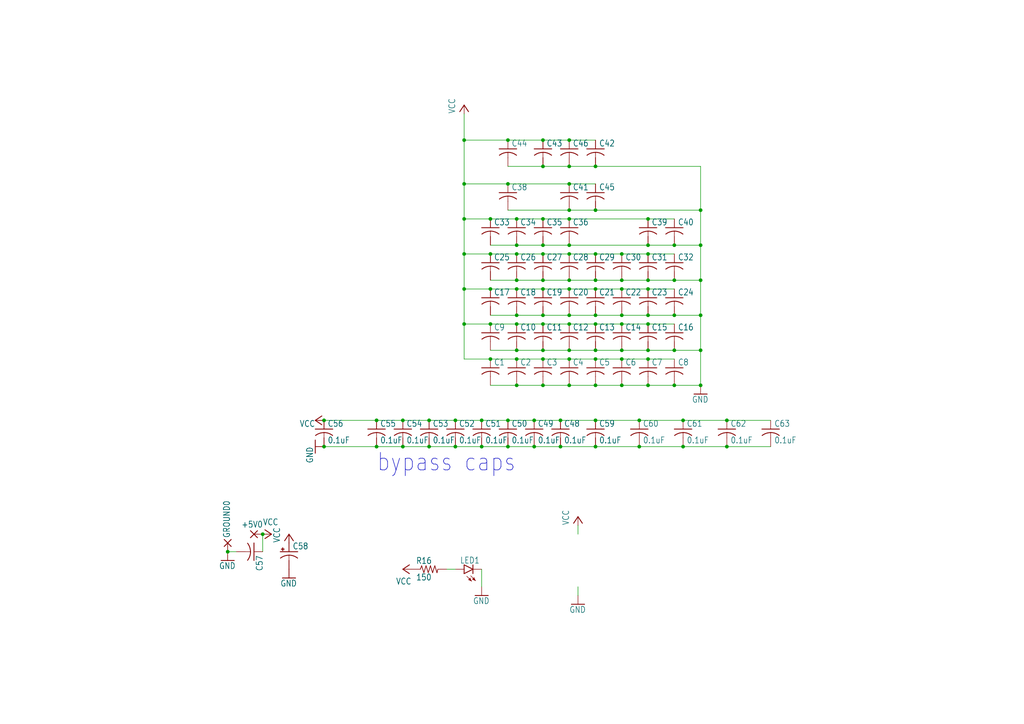
<source format=kicad_sch>
(kicad_sch (version 20230121) (generator eeschema)

  (uuid 2c6be17d-6e57-40b8-b92e-9f4e8d738553)

  (paper "A4")

  (lib_symbols
    (symbol "cpu-blitter-inputs-eagle-import:3,81/1,4" (in_bom yes) (on_board yes)
      (property "Reference" "PAD" (at -1.143 1.8542 0)
        (effects (font (size 1.778 1.5113)) (justify left bottom))
      )
      (property "Value" "" (at -1.143 -3.302 0)
        (effects (font (size 1.778 1.5113)) (justify left bottom))
      )
      (property "Footprint" "cpu-blitter-inputs:3,81_1,4" (at 0 0 0)
        (effects (font (size 1.27 1.27)) hide)
      )
      (property "Datasheet" "" (at 0 0 0)
        (effects (font (size 1.27 1.27)) hide)
      )
      (property "ki_locked" "" (at 0 0 0)
        (effects (font (size 1.27 1.27)))
      )
      (symbol "3,81/1,4_1_0"
        (polyline
          (pts
            (xy -1.016 -1.016)
            (xy 1.016 1.016)
          )
          (stroke (width 0.254) (type solid))
          (fill (type none))
        )
        (polyline
          (pts
            (xy -1.016 1.016)
            (xy 1.016 -1.016)
          )
          (stroke (width 0.254) (type solid))
          (fill (type none))
        )
        (pin passive line (at 2.54 0 180) (length 2.54)
          (name "P" (effects (font (size 0 0))))
          (number "1" (effects (font (size 0 0))))
        )
      )
    )
    (symbol "cpu-blitter-inputs-eagle-import:C-US025-024X044" (in_bom yes) (on_board yes)
      (property "Reference" "C" (at 1.016 0.635 0)
        (effects (font (size 1.778 1.5113)) (justify left bottom))
      )
      (property "Value" "" (at 1.016 -4.191 0)
        (effects (font (size 1.778 1.5113)) (justify left bottom))
      )
      (property "Footprint" "cpu-blitter-inputs:C025-024X044" (at 0 0 0)
        (effects (font (size 1.27 1.27)) hide)
      )
      (property "Datasheet" "" (at 0 0 0)
        (effects (font (size 1.27 1.27)) hide)
      )
      (property "ki_locked" "" (at 0 0 0)
        (effects (font (size 1.27 1.27)))
      )
      (symbol "C-US025-024X044_1_0"
        (arc (start 0 -1.0161) (mid -1.302 -1.2303) (end -2.4668 -1.8504)
          (stroke (width 0.254) (type solid))
          (fill (type none))
        )
        (polyline
          (pts
            (xy -2.54 0)
            (xy 2.54 0)
          )
          (stroke (width 0.254) (type solid))
          (fill (type none))
        )
        (polyline
          (pts
            (xy 0 -1.016)
            (xy 0 -2.54)
          )
          (stroke (width 0.1524) (type solid))
          (fill (type none))
        )
        (arc (start 2.4892 -1.8541) (mid 1.3158 -1.2194) (end 0 -1)
          (stroke (width 0.254) (type solid))
          (fill (type none))
        )
        (pin passive line (at 0 2.54 270) (length 2.54)
          (name "1" (effects (font (size 0 0))))
          (number "1" (effects (font (size 0 0))))
        )
        (pin passive line (at 0 -5.08 90) (length 2.54)
          (name "2" (effects (font (size 0 0))))
          (number "2" (effects (font (size 0 0))))
        )
      )
    )
    (symbol "cpu-blitter-inputs-eagle-import:CPOL-USE2.5-6" (in_bom yes) (on_board yes)
      (property "Reference" "C" (at 1.016 0.635 0)
        (effects (font (size 1.778 1.5113)) (justify left bottom))
      )
      (property "Value" "" (at 1.016 -4.191 0)
        (effects (font (size 1.778 1.5113)) (justify left bottom))
      )
      (property "Footprint" "cpu-blitter-inputs:E2,5-6" (at 0 0 0)
        (effects (font (size 1.27 1.27)) hide)
      )
      (property "Datasheet" "" (at 0 0 0)
        (effects (font (size 1.27 1.27)) hide)
      )
      (property "ki_locked" "" (at 0 0 0)
        (effects (font (size 1.27 1.27)))
      )
      (symbol "CPOL-USE2.5-6_1_0"
        (rectangle (start -2.253 0.668) (end -1.364 0.795)
          (stroke (width 0) (type default))
          (fill (type outline))
        )
        (rectangle (start -1.872 0.287) (end -1.745 1.176)
          (stroke (width 0) (type default))
          (fill (type outline))
        )
        (arc (start 0 -1.0161) (mid -1.3021 -1.2303) (end -2.4669 -1.8504)
          (stroke (width 0.254) (type solid))
          (fill (type none))
        )
        (polyline
          (pts
            (xy -2.54 0)
            (xy 2.54 0)
          )
          (stroke (width 0.254) (type solid))
          (fill (type none))
        )
        (polyline
          (pts
            (xy 0 -1.016)
            (xy 0 -2.54)
          )
          (stroke (width 0.1524) (type solid))
          (fill (type none))
        )
        (arc (start 2.4892 -1.8541) (mid 1.3158 -1.2194) (end 0 -1)
          (stroke (width 0.254) (type solid))
          (fill (type none))
        )
        (pin passive line (at 0 2.54 270) (length 2.54)
          (name "+" (effects (font (size 0 0))))
          (number "+" (effects (font (size 0 0))))
        )
        (pin passive line (at 0 -5.08 90) (length 2.54)
          (name "-" (effects (font (size 0 0))))
          (number "-" (effects (font (size 0 0))))
        )
      )
    )
    (symbol "cpu-blitter-inputs-eagle-import:GND" (power) (in_bom yes) (on_board yes)
      (property "Reference" "#GND" (at 0 0 0)
        (effects (font (size 1.27 1.27)) hide)
      )
      (property "Value" "GND" (at -2.54 -2.54 0)
        (effects (font (size 1.778 1.5113)) (justify left bottom))
      )
      (property "Footprint" "" (at 0 0 0)
        (effects (font (size 1.27 1.27)) hide)
      )
      (property "Datasheet" "" (at 0 0 0)
        (effects (font (size 1.27 1.27)) hide)
      )
      (property "ki_locked" "" (at 0 0 0)
        (effects (font (size 1.27 1.27)))
      )
      (symbol "GND_1_0"
        (polyline
          (pts
            (xy -1.905 0)
            (xy 1.905 0)
          )
          (stroke (width 0.254) (type solid))
          (fill (type none))
        )
        (pin power_in line (at 0 2.54 270) (length 2.54)
          (name "GND" (effects (font (size 0 0))))
          (number "1" (effects (font (size 0 0))))
        )
      )
    )
    (symbol "cpu-blitter-inputs-eagle-import:LED5MM" (in_bom yes) (on_board yes)
      (property "Reference" "LED" (at 3.556 -4.572 90)
        (effects (font (size 1.778 1.5113)) (justify left bottom))
      )
      (property "Value" "" (at 5.715 -4.572 90)
        (effects (font (size 1.778 1.5113)) (justify left bottom))
      )
      (property "Footprint" "cpu-blitter-inputs:LED5MM" (at 0 0 0)
        (effects (font (size 1.27 1.27)) hide)
      )
      (property "Datasheet" "" (at 0 0 0)
        (effects (font (size 1.27 1.27)) hide)
      )
      (property "ki_locked" "" (at 0 0 0)
        (effects (font (size 1.27 1.27)))
      )
      (symbol "LED5MM_1_0"
        (polyline
          (pts
            (xy -2.032 -0.762)
            (xy -3.429 -2.159)
          )
          (stroke (width 0.1524) (type solid))
          (fill (type none))
        )
        (polyline
          (pts
            (xy -1.905 -1.905)
            (xy -3.302 -3.302)
          )
          (stroke (width 0.1524) (type solid))
          (fill (type none))
        )
        (polyline
          (pts
            (xy 0 -2.54)
            (xy -1.27 -2.54)
          )
          (stroke (width 0.254) (type solid))
          (fill (type none))
        )
        (polyline
          (pts
            (xy 0 -2.54)
            (xy -1.27 0)
          )
          (stroke (width 0.254) (type solid))
          (fill (type none))
        )
        (polyline
          (pts
            (xy 0 0)
            (xy -1.27 0)
          )
          (stroke (width 0.254) (type solid))
          (fill (type none))
        )
        (polyline
          (pts
            (xy 1.27 -2.54)
            (xy 0 -2.54)
          )
          (stroke (width 0.254) (type solid))
          (fill (type none))
        )
        (polyline
          (pts
            (xy 1.27 0)
            (xy 0 -2.54)
          )
          (stroke (width 0.254) (type solid))
          (fill (type none))
        )
        (polyline
          (pts
            (xy 1.27 0)
            (xy 0 0)
          )
          (stroke (width 0.254) (type solid))
          (fill (type none))
        )
        (polyline
          (pts
            (xy -3.429 -2.159)
            (xy -3.048 -1.27)
            (xy -2.54 -1.778)
          )
          (stroke (width 0.1524) (type solid))
          (fill (type outline))
        )
        (polyline
          (pts
            (xy -3.302 -3.302)
            (xy -2.921 -2.413)
            (xy -2.413 -2.921)
          )
          (stroke (width 0.1524) (type solid))
          (fill (type outline))
        )
        (pin passive line (at 0 2.54 270) (length 2.54)
          (name "A" (effects (font (size 0 0))))
          (number "A" (effects (font (size 0 0))))
        )
        (pin passive line (at 0 -5.08 90) (length 2.54)
          (name "C" (effects (font (size 0 0))))
          (number "K" (effects (font (size 0 0))))
        )
      )
    )
    (symbol "cpu-blitter-inputs-eagle-import:R-US_0204/7" (in_bom yes) (on_board yes)
      (property "Reference" "R" (at -3.81 1.4986 0)
        (effects (font (size 1.778 1.5113)) (justify left bottom))
      )
      (property "Value" "" (at -3.81 -3.302 0)
        (effects (font (size 1.778 1.5113)) (justify left bottom))
      )
      (property "Footprint" "cpu-blitter-inputs:0204_7" (at 0 0 0)
        (effects (font (size 1.27 1.27)) hide)
      )
      (property "Datasheet" "" (at 0 0 0)
        (effects (font (size 1.27 1.27)) hide)
      )
      (property "ki_locked" "" (at 0 0 0)
        (effects (font (size 1.27 1.27)))
      )
      (symbol "R-US_0204/7_1_0"
        (polyline
          (pts
            (xy -2.54 0)
            (xy -2.159 1.016)
          )
          (stroke (width 0.2032) (type solid))
          (fill (type none))
        )
        (polyline
          (pts
            (xy -2.159 1.016)
            (xy -1.524 -1.016)
          )
          (stroke (width 0.2032) (type solid))
          (fill (type none))
        )
        (polyline
          (pts
            (xy -1.524 -1.016)
            (xy -0.889 1.016)
          )
          (stroke (width 0.2032) (type solid))
          (fill (type none))
        )
        (polyline
          (pts
            (xy -0.889 1.016)
            (xy -0.254 -1.016)
          )
          (stroke (width 0.2032) (type solid))
          (fill (type none))
        )
        (polyline
          (pts
            (xy -0.254 -1.016)
            (xy 0.381 1.016)
          )
          (stroke (width 0.2032) (type solid))
          (fill (type none))
        )
        (polyline
          (pts
            (xy 0.381 1.016)
            (xy 1.016 -1.016)
          )
          (stroke (width 0.2032) (type solid))
          (fill (type none))
        )
        (polyline
          (pts
            (xy 1.016 -1.016)
            (xy 1.651 1.016)
          )
          (stroke (width 0.2032) (type solid))
          (fill (type none))
        )
        (polyline
          (pts
            (xy 1.651 1.016)
            (xy 2.286 -1.016)
          )
          (stroke (width 0.2032) (type solid))
          (fill (type none))
        )
        (polyline
          (pts
            (xy 2.286 -1.016)
            (xy 2.54 0)
          )
          (stroke (width 0.2032) (type solid))
          (fill (type none))
        )
        (pin passive line (at -5.08 0 0) (length 2.54)
          (name "1" (effects (font (size 0 0))))
          (number "1" (effects (font (size 0 0))))
        )
        (pin passive line (at 5.08 0 180) (length 2.54)
          (name "2" (effects (font (size 0 0))))
          (number "2" (effects (font (size 0 0))))
        )
      )
    )
    (symbol "cpu-blitter-inputs-eagle-import:VCC" (power) (in_bom yes) (on_board yes)
      (property "Reference" "#P+" (at 0 0 0)
        (effects (font (size 1.27 1.27)) hide)
      )
      (property "Value" "VCC" (at -2.54 -2.54 90)
        (effects (font (size 1.778 1.5113)) (justify left bottom))
      )
      (property "Footprint" "" (at 0 0 0)
        (effects (font (size 1.27 1.27)) hide)
      )
      (property "Datasheet" "" (at 0 0 0)
        (effects (font (size 1.27 1.27)) hide)
      )
      (property "ki_locked" "" (at 0 0 0)
        (effects (font (size 1.27 1.27)))
      )
      (symbol "VCC_1_0"
        (polyline
          (pts
            (xy 0 0)
            (xy -1.27 -1.905)
          )
          (stroke (width 0.254) (type solid))
          (fill (type none))
        )
        (polyline
          (pts
            (xy 1.27 -1.905)
            (xy 0 0)
          )
          (stroke (width 0.254) (type solid))
          (fill (type none))
        )
        (pin power_in line (at 0 -2.54 90) (length 2.54)
          (name "VCC" (effects (font (size 0 0))))
          (number "1" (effects (font (size 0 0))))
        )
      )
    )
  )

  (junction (at 165.1 111.76) (diameter 0) (color 0 0 0 0)
    (uuid 01967909-d5df-4f3b-b21c-2a95cec348b4)
  )
  (junction (at 109.22 129.54) (diameter 0) (color 0 0 0 0)
    (uuid 02116429-8910-4af3-9d23-4b57dafad54b)
  )
  (junction (at 172.72 121.92) (diameter 0) (color 0 0 0 0)
    (uuid 029dc121-5f70-4012-915d-7136eee841b2)
  )
  (junction (at 149.86 81.28) (diameter 0) (color 0 0 0 0)
    (uuid 050e320e-293e-4e9e-8b5a-aab1849d9e48)
  )
  (junction (at 180.34 93.98) (diameter 0) (color 0 0 0 0)
    (uuid 091b95ac-ace9-44b1-92a5-2d09a3c7b5a3)
  )
  (junction (at 165.1 60.96) (diameter 0) (color 0 0 0 0)
    (uuid 0952776f-1237-40c9-a4f5-6cf3894d1440)
  )
  (junction (at 187.96 63.5) (diameter 0) (color 0 0 0 0)
    (uuid 09600130-a0d2-4fbb-a419-5241b1f18c1b)
  )
  (junction (at 180.34 91.44) (diameter 0) (color 0 0 0 0)
    (uuid 0c9d7f5e-d52e-4bc3-8a1c-5f91c932b254)
  )
  (junction (at 142.24 83.82) (diameter 0) (color 0 0 0 0)
    (uuid 0e9275eb-680e-42cf-9f57-e46eee8792cc)
  )
  (junction (at 157.48 73.66) (diameter 0) (color 0 0 0 0)
    (uuid 0f1f4398-b0d1-4377-9bb0-6dca30d3acba)
  )
  (junction (at 157.48 101.6) (diameter 0) (color 0 0 0 0)
    (uuid 119821a5-cbce-4318-804b-29c25eb1d279)
  )
  (junction (at 172.72 73.66) (diameter 0) (color 0 0 0 0)
    (uuid 12264af3-5e32-47ab-bdc3-fef7eaced6e6)
  )
  (junction (at 165.1 48.26) (diameter 0) (color 0 0 0 0)
    (uuid 12ae7b3b-02c2-4dfc-bb2f-95096064706c)
  )
  (junction (at 116.84 129.54) (diameter 0) (color 0 0 0 0)
    (uuid 134223da-e003-4b27-b3ec-6b349ba97540)
  )
  (junction (at 134.62 63.5) (diameter 0) (color 0 0 0 0)
    (uuid 19a012fb-c69a-42f3-94fa-23c0e5bf92dd)
  )
  (junction (at 165.1 71.12) (diameter 0) (color 0 0 0 0)
    (uuid 1c5732b2-efff-4718-b3f3-056f3e45dac0)
  )
  (junction (at 142.24 63.5) (diameter 0) (color 0 0 0 0)
    (uuid 1cc1ca7c-f890-4a49-9a95-066caecee373)
  )
  (junction (at 139.7 129.54) (diameter 0) (color 0 0 0 0)
    (uuid 2186f4d2-3e76-44cc-b0d1-37bd0f6a3bad)
  )
  (junction (at 203.2 81.28) (diameter 0) (color 0 0 0 0)
    (uuid 24db2f8b-cc9a-47a1-95cf-4cf407b4743f)
  )
  (junction (at 157.48 83.82) (diameter 0) (color 0 0 0 0)
    (uuid 259f4317-49d9-424a-9137-f8ea9191c981)
  )
  (junction (at 124.46 121.92) (diameter 0) (color 0 0 0 0)
    (uuid 26540991-6efd-4744-872d-5403b3e5c2c6)
  )
  (junction (at 149.86 93.98) (diameter 0) (color 0 0 0 0)
    (uuid 277097d6-ddec-4120-b413-dce34422aa07)
  )
  (junction (at 180.34 101.6) (diameter 0) (color 0 0 0 0)
    (uuid 286da300-63c5-46e2-8a97-7dfe5cb860fd)
  )
  (junction (at 210.82 121.92) (diameter 0) (color 0 0 0 0)
    (uuid 291bd28c-bc32-4c0f-82e3-931332a0792f)
  )
  (junction (at 172.72 60.96) (diameter 0) (color 0 0 0 0)
    (uuid 2927660e-caf9-4ea4-8ed6-f09e0deb78c9)
  )
  (junction (at 165.1 83.82) (diameter 0) (color 0 0 0 0)
    (uuid 2f6ad667-8b45-4a09-a040-50f8e5f69084)
  )
  (junction (at 149.86 104.14) (diameter 0) (color 0 0 0 0)
    (uuid 32094b52-494e-4ae7-aa36-56561228b093)
  )
  (junction (at 180.34 81.28) (diameter 0) (color 0 0 0 0)
    (uuid 3259d621-db77-41e3-a07a-032dcee8675f)
  )
  (junction (at 203.2 60.96) (diameter 0) (color 0 0 0 0)
    (uuid 3505ce96-37de-4f58-a864-f7ff5741bad0)
  )
  (junction (at 195.58 71.12) (diameter 0) (color 0 0 0 0)
    (uuid 353c840b-b01f-40ab-922b-a2297afe07a6)
  )
  (junction (at 66.04 160.02) (diameter 0) (color 0 0 0 0)
    (uuid 357c5dfc-60e3-45b4-8160-18aeafa6d4ca)
  )
  (junction (at 76.2 154.94) (diameter 0) (color 0 0 0 0)
    (uuid 361d84c8-3607-441d-a0ab-c21d0990363f)
  )
  (junction (at 165.1 81.28) (diameter 0) (color 0 0 0 0)
    (uuid 3c4d1182-0df3-499c-a277-ffee2e168e27)
  )
  (junction (at 149.86 73.66) (diameter 0) (color 0 0 0 0)
    (uuid 3e57c9c0-4b99-48aa-b9b6-cba8a0b959bf)
  )
  (junction (at 157.48 63.5) (diameter 0) (color 0 0 0 0)
    (uuid 426c9b89-6876-4caa-a7f9-adc2b48db858)
  )
  (junction (at 198.12 129.54) (diameter 0) (color 0 0 0 0)
    (uuid 440b60be-65af-4593-8e84-26b6f1d23abe)
  )
  (junction (at 165.1 93.98) (diameter 0) (color 0 0 0 0)
    (uuid 45fdd9e8-010e-414a-851b-17957853aa21)
  )
  (junction (at 149.86 101.6) (diameter 0) (color 0 0 0 0)
    (uuid 4a213e2f-64d5-479f-ae06-9444b7e3e17b)
  )
  (junction (at 109.22 121.92) (diameter 0) (color 0 0 0 0)
    (uuid 4d813123-9188-40c4-a0db-ed6513d56d4b)
  )
  (junction (at 93.98 121.92) (diameter 0) (color 0 0 0 0)
    (uuid 54643411-e395-4e8c-9396-302c11a13e54)
  )
  (junction (at 187.96 104.14) (diameter 0) (color 0 0 0 0)
    (uuid 54c13c8d-faaa-4e78-866f-2905a4c626f9)
  )
  (junction (at 180.34 111.76) (diameter 0) (color 0 0 0 0)
    (uuid 560ef504-035a-4da7-8fc1-26eb0da6aa1b)
  )
  (junction (at 187.96 71.12) (diameter 0) (color 0 0 0 0)
    (uuid 5796ab08-d4f9-41db-a9fa-ff427e674dd1)
  )
  (junction (at 195.58 101.6) (diameter 0) (color 0 0 0 0)
    (uuid 5a0d70ac-861b-41d1-9ce0-a6b1d06d995f)
  )
  (junction (at 187.96 111.76) (diameter 0) (color 0 0 0 0)
    (uuid 5a6908c0-0249-469d-8d36-e489d10806fd)
  )
  (junction (at 162.56 121.92) (diameter 0) (color 0 0 0 0)
    (uuid 5b654986-62b2-4455-b6f5-bbe0855aa916)
  )
  (junction (at 157.48 104.14) (diameter 0) (color 0 0 0 0)
    (uuid 5bd45a94-5826-469a-8d4a-c8b6fb4801f4)
  )
  (junction (at 149.86 71.12) (diameter 0) (color 0 0 0 0)
    (uuid 62482a48-72c5-495d-abcb-27bb3a64b9c3)
  )
  (junction (at 154.94 129.54) (diameter 0) (color 0 0 0 0)
    (uuid 6367b420-2709-4a8c-9d7c-069a667b1158)
  )
  (junction (at 172.72 81.28) (diameter 0) (color 0 0 0 0)
    (uuid 64cc4aec-1bdb-450a-b932-fe02a3d73ba7)
  )
  (junction (at 165.1 63.5) (diameter 0) (color 0 0 0 0)
    (uuid 6862a4c9-8a69-4088-8b71-0636c8f06db5)
  )
  (junction (at 147.32 121.92) (diameter 0) (color 0 0 0 0)
    (uuid 6cf4a65a-00e2-493c-9de3-f12988ef4c93)
  )
  (junction (at 172.72 111.76) (diameter 0) (color 0 0 0 0)
    (uuid 6ff0e46e-8e40-44ba-8272-32cfc9fed383)
  )
  (junction (at 162.56 129.54) (diameter 0) (color 0 0 0 0)
    (uuid 716c7f4c-8234-4058-a25d-d6bfc312d76e)
  )
  (junction (at 154.94 121.92) (diameter 0) (color 0 0 0 0)
    (uuid 718f96bc-b2ea-4abe-9986-10a47b7ad0d0)
  )
  (junction (at 149.86 91.44) (diameter 0) (color 0 0 0 0)
    (uuid 73d3c5e4-eab4-4995-be7d-cbb50ec77994)
  )
  (junction (at 172.72 104.14) (diameter 0) (color 0 0 0 0)
    (uuid 73ed3096-31f6-4e93-ae09-0ffd7c108585)
  )
  (junction (at 180.34 83.82) (diameter 0) (color 0 0 0 0)
    (uuid 7401f17e-d204-4d46-87a0-23f630ee6968)
  )
  (junction (at 165.1 104.14) (diameter 0) (color 0 0 0 0)
    (uuid 752997fc-8b7b-455a-a9c4-dd48a98a2ff9)
  )
  (junction (at 187.96 91.44) (diameter 0) (color 0 0 0 0)
    (uuid 76114ce5-fe6d-4c85-8258-4aa123e2de07)
  )
  (junction (at 134.62 40.64) (diameter 0) (color 0 0 0 0)
    (uuid 798ede4d-53f2-49f2-b6fd-8bc1dedb0e03)
  )
  (junction (at 203.2 111.76) (diameter 0) (color 0 0 0 0)
    (uuid 7ea51682-1b76-46c2-ac2f-fdace83fd1d7)
  )
  (junction (at 149.86 83.82) (diameter 0) (color 0 0 0 0)
    (uuid 7f62b301-9465-4474-a076-c939ae51d8d8)
  )
  (junction (at 165.1 53.34) (diameter 0) (color 0 0 0 0)
    (uuid 829744ba-d130-4202-bcf0-d13cd7036105)
  )
  (junction (at 198.12 121.92) (diameter 0) (color 0 0 0 0)
    (uuid 864835b4-7fdd-4183-9ec0-7b185f885fcb)
  )
  (junction (at 187.96 81.28) (diameter 0) (color 0 0 0 0)
    (uuid 86fdaf81-1122-4589-957f-6ad1e533b871)
  )
  (junction (at 147.32 40.64) (diameter 0) (color 0 0 0 0)
    (uuid 9066d5d0-fed4-4b96-b0d1-95de7d8f16c6)
  )
  (junction (at 172.72 101.6) (diameter 0) (color 0 0 0 0)
    (uuid 953c2b83-efdf-42c5-ae9b-08b9dce19d23)
  )
  (junction (at 187.96 93.98) (diameter 0) (color 0 0 0 0)
    (uuid 9667e734-389a-477e-957f-2e1834e88819)
  )
  (junction (at 157.48 91.44) (diameter 0) (color 0 0 0 0)
    (uuid 96834325-5dd1-4244-9007-7c8a2bda30fd)
  )
  (junction (at 185.42 129.54) (diameter 0) (color 0 0 0 0)
    (uuid 982ef242-0805-4413-9786-f8e8da6bb337)
  )
  (junction (at 180.34 73.66) (diameter 0) (color 0 0 0 0)
    (uuid 9b17d430-7bf3-465d-8096-d02dd2310598)
  )
  (junction (at 132.08 121.92) (diameter 0) (color 0 0 0 0)
    (uuid 9b52808c-1fa8-4d68-bd7d-ac26cac28d9c)
  )
  (junction (at 157.48 111.76) (diameter 0) (color 0 0 0 0)
    (uuid 9fd41433-7c52-48d2-915f-6b14c3650d31)
  )
  (junction (at 134.62 53.34) (diameter 0) (color 0 0 0 0)
    (uuid 9fe23d90-74cd-4eb7-a397-b8d9e4efae5a)
  )
  (junction (at 203.2 101.6) (diameter 0) (color 0 0 0 0)
    (uuid a1cb7fc2-0d0f-41cb-aba1-ec1b681f1bce)
  )
  (junction (at 203.2 71.12) (diameter 0) (color 0 0 0 0)
    (uuid a318494e-0735-4c69-a1d4-4b09e8fd6dcb)
  )
  (junction (at 172.72 129.54) (diameter 0) (color 0 0 0 0)
    (uuid a34b4fcc-6614-4420-940f-cb14ccdaa499)
  )
  (junction (at 149.86 63.5) (diameter 0) (color 0 0 0 0)
    (uuid a59f0050-3044-42e4-85f0-10f64fb5d6d8)
  )
  (junction (at 172.72 83.82) (diameter 0) (color 0 0 0 0)
    (uuid a635cb7b-5f72-473f-8297-f16b380636fd)
  )
  (junction (at 210.82 129.54) (diameter 0) (color 0 0 0 0)
    (uuid a6944beb-399e-4d20-8e1d-451082918766)
  )
  (junction (at 157.48 40.64) (diameter 0) (color 0 0 0 0)
    (uuid a871e391-f145-44a5-a61a-3bfcae327d63)
  )
  (junction (at 203.2 91.44) (diameter 0) (color 0 0 0 0)
    (uuid ade0a586-f7d5-4f62-9bbb-04c1290a35e8)
  )
  (junction (at 165.1 40.64) (diameter 0) (color 0 0 0 0)
    (uuid b0997dc4-6487-47da-83b1-1265f94decd4)
  )
  (junction (at 195.58 91.44) (diameter 0) (color 0 0 0 0)
    (uuid ba6a57f3-fd3f-4dd6-b2ea-063eab0f6b80)
  )
  (junction (at 165.1 101.6) (diameter 0) (color 0 0 0 0)
    (uuid c0e51e9e-9feb-4b71-9545-c7176d487d0f)
  )
  (junction (at 134.62 73.66) (diameter 0) (color 0 0 0 0)
    (uuid c2e67dd7-e866-4a1c-b107-eb529172b4bf)
  )
  (junction (at 134.62 93.98) (diameter 0) (color 0 0 0 0)
    (uuid c308e104-69f3-4a66-9c4f-1d2a2e58c0b1)
  )
  (junction (at 165.1 73.66) (diameter 0) (color 0 0 0 0)
    (uuid c38fa109-c641-4874-8213-c7b7f4a0852f)
  )
  (junction (at 195.58 111.76) (diameter 0) (color 0 0 0 0)
    (uuid c4352034-bbb6-4e27-b0ce-990a742eb4ef)
  )
  (junction (at 187.96 101.6) (diameter 0) (color 0 0 0 0)
    (uuid c6d20f95-e226-45e8-903c-c4cceaa9b5ac)
  )
  (junction (at 147.32 53.34) (diameter 0) (color 0 0 0 0)
    (uuid ccfc1962-960a-4350-a6c5-f72dcb29cb2f)
  )
  (junction (at 187.96 83.82) (diameter 0) (color 0 0 0 0)
    (uuid d022f087-6007-4a1f-8139-0c12dffa3ae7)
  )
  (junction (at 172.72 48.26) (diameter 0) (color 0 0 0 0)
    (uuid d042d5ee-4b54-43c7-81fa-2fd07b02ceb3)
  )
  (junction (at 172.72 93.98) (diameter 0) (color 0 0 0 0)
    (uuid d0b5ee77-5ad6-4943-aedc-9b2817022ea5)
  )
  (junction (at 165.1 91.44) (diameter 0) (color 0 0 0 0)
    (uuid d13b24c5-4a0d-4b7e-a1da-8eea27c555e4)
  )
  (junction (at 132.08 129.54) (diameter 0) (color 0 0 0 0)
    (uuid d1d5c8fe-dd5e-4776-9f88-445d6b5b8732)
  )
  (junction (at 116.84 121.92) (diameter 0) (color 0 0 0 0)
    (uuid d243784b-7da7-4742-9d58-f13147eaf435)
  )
  (junction (at 157.48 93.98) (diameter 0) (color 0 0 0 0)
    (uuid d2869b26-d0cc-4cb3-9fa0-ed4162dc7be5)
  )
  (junction (at 134.62 83.82) (diameter 0) (color 0 0 0 0)
    (uuid d4ef3b6f-c14d-4a91-a7a4-29af21d26730)
  )
  (junction (at 142.24 104.14) (diameter 0) (color 0 0 0 0)
    (uuid e5f6fd42-865e-40d1-bf8b-93d0fb4df444)
  )
  (junction (at 139.7 121.92) (diameter 0) (color 0 0 0 0)
    (uuid e688501e-8447-4b67-b35a-8ac2d3a8ad43)
  )
  (junction (at 172.72 91.44) (diameter 0) (color 0 0 0 0)
    (uuid e8019328-cffb-4da4-a4a9-6412b8fd3604)
  )
  (junction (at 149.86 111.76) (diameter 0) (color 0 0 0 0)
    (uuid e8c62d39-f2e6-4bd2-9793-fb28555dc1b5)
  )
  (junction (at 93.98 129.54) (diameter 0) (color 0 0 0 0)
    (uuid ea5b6b62-0210-4e42-91ad-6aa3a002badf)
  )
  (junction (at 142.24 73.66) (diameter 0) (color 0 0 0 0)
    (uuid eb203014-3d25-4b0e-b296-61813f26681c)
  )
  (junction (at 142.24 93.98) (diameter 0) (color 0 0 0 0)
    (uuid ee12c09c-d0d0-4577-bee5-09675755ef62)
  )
  (junction (at 157.48 48.26) (diameter 0) (color 0 0 0 0)
    (uuid f1ab477f-36b9-422b-9509-db52c16b2d09)
  )
  (junction (at 195.58 81.28) (diameter 0) (color 0 0 0 0)
    (uuid f1adf463-a979-4f79-a6f9-f8ace106f20c)
  )
  (junction (at 185.42 121.92) (diameter 0) (color 0 0 0 0)
    (uuid f6ad3e13-bbb6-443c-8732-ed1452170805)
  )
  (junction (at 147.32 129.54) (diameter 0) (color 0 0 0 0)
    (uuid f6bf1d56-ab4a-48fc-8451-0715e259c0a4)
  )
  (junction (at 180.34 104.14) (diameter 0) (color 0 0 0 0)
    (uuid f8273202-6443-4296-b211-07f0cbe4822e)
  )
  (junction (at 157.48 71.12) (diameter 0) (color 0 0 0 0)
    (uuid f9dea2a6-4870-431b-9bb6-cc9e94690376)
  )
  (junction (at 124.46 129.54) (diameter 0) (color 0 0 0 0)
    (uuid fb280a6d-0fcf-40a3-955c-8c282afcfe22)
  )
  (junction (at 157.48 81.28) (diameter 0) (color 0 0 0 0)
    (uuid fb65a443-9ef3-4251-a80e-415e137fdda3)
  )
  (junction (at 187.96 73.66) (diameter 0) (color 0 0 0 0)
    (uuid fc609b0d-a840-4f95-925c-26e174ff7fb3)
  )

  (wire (pts (xy 157.48 91.44) (xy 165.1 91.44))
    (stroke (width 0.1524) (type solid))
    (uuid 021edc5a-caae-4d4e-8582-b273b30974da)
  )
  (wire (pts (xy 187.96 63.5) (xy 195.58 63.5))
    (stroke (width 0.1524) (type solid))
    (uuid 0f039f93-37ba-4977-a336-af054177139d)
  )
  (wire (pts (xy 132.08 121.92) (xy 139.7 121.92))
    (stroke (width 0.1524) (type solid))
    (uuid 10a910aa-7815-461f-af89-e23f309f45af)
  )
  (wire (pts (xy 149.86 81.28) (xy 157.48 81.28))
    (stroke (width 0.1524) (type solid))
    (uuid 11ec5252-9095-48fb-98fe-215da3aada3f)
  )
  (wire (pts (xy 162.56 121.92) (xy 172.72 121.92))
    (stroke (width 0.1524) (type solid))
    (uuid 12288fb2-a5a8-4e19-aa50-85023311911b)
  )
  (wire (pts (xy 172.72 104.14) (xy 180.34 104.14))
    (stroke (width 0.1524) (type solid))
    (uuid 12889f17-31f2-4134-9e1f-ac76ecc8220d)
  )
  (wire (pts (xy 157.48 71.12) (xy 165.1 71.12))
    (stroke (width 0.1524) (type solid))
    (uuid 12f59f35-039e-44a3-90a3-0c1ca6a1c0c3)
  )
  (wire (pts (xy 195.58 81.28) (xy 203.2 81.28))
    (stroke (width 0.1524) (type solid))
    (uuid 1351f99e-2332-4f47-9e56-0f126faf6ced)
  )
  (wire (pts (xy 142.24 93.98) (xy 149.86 93.98))
    (stroke (width 0.1524) (type solid))
    (uuid 14517559-873b-469e-8012-1fc8ba84c2e7)
  )
  (wire (pts (xy 180.34 83.82) (xy 187.96 83.82))
    (stroke (width 0.1524) (type solid))
    (uuid 15f290f2-de38-4c6c-adbe-0fed8a1b392e)
  )
  (wire (pts (xy 139.7 121.92) (xy 147.32 121.92))
    (stroke (width 0.1524) (type solid))
    (uuid 17393ebd-72a6-49d8-ba80-68cb1f960696)
  )
  (wire (pts (xy 149.86 93.98) (xy 157.48 93.98))
    (stroke (width 0.1524) (type solid))
    (uuid 176c57cd-6897-47ee-a20b-bffaba52b6cf)
  )
  (wire (pts (xy 180.34 81.28) (xy 187.96 81.28))
    (stroke (width 0.1524) (type solid))
    (uuid 1799b99c-7ffd-468d-b193-710a30af4bd6)
  )
  (wire (pts (xy 93.98 121.92) (xy 109.22 121.92))
    (stroke (width 0.1524) (type solid))
    (uuid 17fc344d-3787-4ae9-a11d-c909f13c8e98)
  )
  (wire (pts (xy 172.72 101.6) (xy 180.34 101.6))
    (stroke (width 0.1524) (type solid))
    (uuid 196e400c-09f9-4fd5-8c09-f0f4ae2cb996)
  )
  (wire (pts (xy 124.46 121.92) (xy 132.08 121.92))
    (stroke (width 0.1524) (type solid))
    (uuid 1c7b73b6-a053-4066-aea8-c120857abe37)
  )
  (wire (pts (xy 147.32 40.64) (xy 134.62 40.64))
    (stroke (width 0.1524) (type solid))
    (uuid 1e80fee2-2d79-43e2-8117-fc291b7c5a15)
  )
  (wire (pts (xy 165.1 83.82) (xy 172.72 83.82))
    (stroke (width 0.1524) (type solid))
    (uuid 20de1286-c20f-4150-a91b-971ed9ebfd8b)
  )
  (wire (pts (xy 142.24 81.28) (xy 149.86 81.28))
    (stroke (width 0.1524) (type solid))
    (uuid 2397f960-eb64-4964-bdf6-2d4be0b578af)
  )
  (wire (pts (xy 165.1 60.96) (xy 172.72 60.96))
    (stroke (width 0.1524) (type solid))
    (uuid 24093598-a948-4d32-a65e-2727af6d3b58)
  )
  (wire (pts (xy 134.62 40.64) (xy 134.62 33.02))
    (stroke (width 0.1524) (type solid))
    (uuid 26267a0d-9708-450f-9c9d-ce85c7b286d9)
  )
  (wire (pts (xy 203.2 60.96) (xy 203.2 71.12))
    (stroke (width 0.1524) (type solid))
    (uuid 283b5d2f-33f7-4b60-ae36-ecd56dfc08aa)
  )
  (wire (pts (xy 195.58 91.44) (xy 203.2 91.44))
    (stroke (width 0.1524) (type solid))
    (uuid 28b5fd09-8902-4905-a9f6-920fe64bb34a)
  )
  (wire (pts (xy 165.1 63.5) (xy 187.96 63.5))
    (stroke (width 0.1524) (type solid))
    (uuid 2a550931-dae4-49f2-99d1-e24b6d81591f)
  )
  (wire (pts (xy 165.1 53.34) (xy 172.72 53.34))
    (stroke (width 0.1524) (type solid))
    (uuid 2af2784e-45e4-4bfe-93bc-cdd16b7cce21)
  )
  (wire (pts (xy 187.96 81.28) (xy 195.58 81.28))
    (stroke (width 0.1524) (type solid))
    (uuid 2b5efd57-6ece-48a3-8713-0102b0e754df)
  )
  (wire (pts (xy 172.72 48.26) (xy 203.2 48.26))
    (stroke (width 0.1524) (type solid))
    (uuid 2c1479b1-1e00-4217-93ad-0a9342738ebb)
  )
  (wire (pts (xy 142.24 91.44) (xy 149.86 91.44))
    (stroke (width 0.1524) (type solid))
    (uuid 2c50e7bd-6285-4bc1-9c05-e50f07bbb474)
  )
  (wire (pts (xy 149.86 63.5) (xy 157.48 63.5))
    (stroke (width 0.1524) (type solid))
    (uuid 30e13916-1071-4cf2-8e9b-4bdf4547de8d)
  )
  (wire (pts (xy 187.96 71.12) (xy 195.58 71.12))
    (stroke (width 0.1524) (type solid))
    (uuid 32272c48-7ee3-4e9d-b53f-56542b5abc14)
  )
  (wire (pts (xy 154.94 129.54) (xy 147.32 129.54))
    (stroke (width 0.1524) (type solid))
    (uuid 3300c764-b771-4247-875f-2d04103862c4)
  )
  (wire (pts (xy 76.2 160.02) (xy 76.2 154.94))
    (stroke (width 0.1524) (type solid))
    (uuid 34cf700c-bfad-40d9-9075-ead0abb0a72a)
  )
  (wire (pts (xy 134.62 53.34) (xy 134.62 40.64))
    (stroke (width 0.1524) (type solid))
    (uuid 3fc2fe6f-a7a2-4e8c-a341-ce1f494d9b0f)
  )
  (wire (pts (xy 157.48 48.26) (xy 165.1 48.26))
    (stroke (width 0.1524) (type solid))
    (uuid 4115324f-452d-431c-a20c-7c787608abc0)
  )
  (wire (pts (xy 162.56 129.54) (xy 154.94 129.54))
    (stroke (width 0.1524) (type solid))
    (uuid 42fdf817-0877-46cd-889c-61c7fba8a521)
  )
  (wire (pts (xy 165.1 81.28) (xy 172.72 81.28))
    (stroke (width 0.1524) (type solid))
    (uuid 45102706-c868-41cb-806e-63fc2aff06f8)
  )
  (wire (pts (xy 203.2 101.6) (xy 203.2 111.76))
    (stroke (width 0.1524) (type solid))
    (uuid 46fc87d3-2e06-47c5-b3f1-44dac921e400)
  )
  (wire (pts (xy 172.72 40.64) (xy 165.1 40.64))
    (stroke (width 0.1524) (type solid))
    (uuid 47a525a2-9875-4a01-a363-a8eb9c777d7a)
  )
  (wire (pts (xy 187.96 91.44) (xy 195.58 91.44))
    (stroke (width 0.1524) (type solid))
    (uuid 4a67179c-db53-483b-afb4-b9d5b5cfce02)
  )
  (wire (pts (xy 185.42 129.54) (xy 198.12 129.54))
    (stroke (width 0.1524) (type solid))
    (uuid 4c0ab391-b709-4912-b4ec-0683ede4f751)
  )
  (wire (pts (xy 124.46 129.54) (xy 116.84 129.54))
    (stroke (width 0.1524) (type solid))
    (uuid 4ccd405f-9b65-4213-8d58-b1fa87e3fc81)
  )
  (wire (pts (xy 134.62 93.98) (xy 142.24 93.98))
    (stroke (width 0.1524) (type solid))
    (uuid 4e88302d-b72b-4a68-bf1d-79ce9708476b)
  )
  (wire (pts (xy 134.62 53.34) (xy 147.32 53.34))
    (stroke (width 0.1524) (type solid))
    (uuid 51629419-32a4-4a89-b8ab-ace08078cd3b)
  )
  (wire (pts (xy 157.48 83.82) (xy 165.1 83.82))
    (stroke (width 0.1524) (type solid))
    (uuid 51c80f28-efc4-4d62-809d-fc7b9ee364c1)
  )
  (wire (pts (xy 154.94 121.92) (xy 162.56 121.92))
    (stroke (width 0.1524) (type solid))
    (uuid 5243f794-76e1-4053-a8ee-c505dfea310b)
  )
  (wire (pts (xy 187.96 73.66) (xy 195.58 73.66))
    (stroke (width 0.1524) (type solid))
    (uuid 55432a36-73ce-4435-829e-e76f8f7e3750)
  )
  (wire (pts (xy 142.24 63.5) (xy 149.86 63.5))
    (stroke (width 0.1524) (type solid))
    (uuid 55addd52-0c0c-4672-a7eb-d519209612c4)
  )
  (wire (pts (xy 165.1 48.26) (xy 172.72 48.26))
    (stroke (width 0.1524) (type solid))
    (uuid 563b5adc-4bcc-4123-8b83-4d4d59ea311c)
  )
  (wire (pts (xy 203.2 81.28) (xy 203.2 91.44))
    (stroke (width 0.1524) (type solid))
    (uuid 56f0b365-7257-4d9d-a380-2df0d5995214)
  )
  (wire (pts (xy 134.62 73.66) (xy 142.24 73.66))
    (stroke (width 0.1524) (type solid))
    (uuid 573f61f1-6675-44ba-979e-997dd051d8b0)
  )
  (wire (pts (xy 157.48 63.5) (xy 165.1 63.5))
    (stroke (width 0.1524) (type solid))
    (uuid 587706b0-6dd5-4e01-b3d0-5437a7ae8599)
  )
  (wire (pts (xy 195.58 111.76) (xy 203.2 111.76))
    (stroke (width 0.1524) (type solid))
    (uuid 5a991ad0-6cd3-4fb0-aae3-634e789dcdb6)
  )
  (wire (pts (xy 134.62 104.14) (xy 142.24 104.14))
    (stroke (width 0.1524) (type solid))
    (uuid 5d544507-588b-44ff-a8ab-4fd2de279e51)
  )
  (wire (pts (xy 172.72 81.28) (xy 180.34 81.28))
    (stroke (width 0.1524) (type solid))
    (uuid 5d9fc112-aaf9-494d-a89f-ff4ac2258775)
  )
  (wire (pts (xy 147.32 60.96) (xy 165.1 60.96))
    (stroke (width 0.1524) (type solid))
    (uuid 623fa961-8d28-4c10-97ff-ccf2a12d8aaa)
  )
  (wire (pts (xy 187.96 111.76) (xy 195.58 111.76))
    (stroke (width 0.1524) (type solid))
    (uuid 6ac77fbd-dac0-422c-a6c3-41653380b5d4)
  )
  (wire (pts (xy 149.86 71.12) (xy 157.48 71.12))
    (stroke (width 0.1524) (type solid))
    (uuid 6c3a9f5a-8617-4478-8ea5-1f61ba1c8227)
  )
  (wire (pts (xy 167.64 170.18) (xy 167.64 172.72))
    (stroke (width 0.1524) (type solid))
    (uuid 708d33c7-1433-4dfb-9125-68833d6c4d0e)
  )
  (wire (pts (xy 167.64 152.4) (xy 167.64 154.94))
    (stroke (width 0.1524) (type solid))
    (uuid 716483f4-459c-4db0-8c63-37ed2a3e3be2)
  )
  (wire (pts (xy 134.62 93.98) (xy 134.62 83.82))
    (stroke (width 0.1524) (type solid))
    (uuid 733f8073-5121-402b-886f-449cf57b04f9)
  )
  (wire (pts (xy 149.86 111.76) (xy 157.48 111.76))
    (stroke (width 0.1524) (type solid))
    (uuid 745b8f17-76f3-4049-8fe2-ced65b37e420)
  )
  (wire (pts (xy 142.24 73.66) (xy 149.86 73.66))
    (stroke (width 0.1524) (type solid))
    (uuid 74fa0b32-2655-4e43-b700-7a6179d59d1a)
  )
  (wire (pts (xy 172.72 93.98) (xy 180.34 93.98))
    (stroke (width 0.1524) (type solid))
    (uuid 773cbfac-7d55-4ff1-9f5a-27e3d1bf15dd)
  )
  (wire (pts (xy 134.62 63.5) (xy 142.24 63.5))
    (stroke (width 0.1524) (type solid))
    (uuid 7c55433a-6aaf-43a1-a7f7-eff2068c4038)
  )
  (wire (pts (xy 165.1 71.12) (xy 187.96 71.12))
    (stroke (width 0.1524) (type solid))
    (uuid 7c7f70b4-39b9-490a-8088-0359510a4c01)
  )
  (wire (pts (xy 132.08 165.1) (xy 129.54 165.1))
    (stroke (width 0.1524) (type solid))
    (uuid 7d2ab9c7-2d83-47c5-8dba-476109304f0c)
  )
  (wire (pts (xy 116.84 121.92) (xy 124.46 121.92))
    (stroke (width 0.1524) (type solid))
    (uuid 7e4f38bd-2dd9-4bef-8dfa-282511849b66)
  )
  (wire (pts (xy 210.82 129.54) (xy 223.52 129.54))
    (stroke (width 0.1524) (type solid))
    (uuid 8542a7a1-85f0-480f-b843-befd4aac7bfe)
  )
  (wire (pts (xy 157.48 93.98) (xy 165.1 93.98))
    (stroke (width 0.1524) (type solid))
    (uuid 8757c166-c009-4203-a6a9-4072f57f6085)
  )
  (wire (pts (xy 142.24 111.76) (xy 149.86 111.76))
    (stroke (width 0.1524) (type solid))
    (uuid 8c30b52e-02dc-42ed-bb85-388dc4fb0bac)
  )
  (wire (pts (xy 187.96 93.98) (xy 195.58 93.98))
    (stroke (width 0.1524) (type solid))
    (uuid 94e195d2-32fe-4155-a914-080a7bd32a57)
  )
  (wire (pts (xy 185.42 121.92) (xy 198.12 121.92))
    (stroke (width 0.1524) (type solid))
    (uuid 95f75123-52b6-4232-b9f8-edeab2a2318c)
  )
  (wire (pts (xy 165.1 93.98) (xy 172.72 93.98))
    (stroke (width 0.1524) (type solid))
    (uuid 96034c1f-3c3f-47aa-b66a-183fca23f362)
  )
  (wire (pts (xy 172.72 111.76) (xy 180.34 111.76))
    (stroke (width 0.1524) (type solid))
    (uuid 9a2789a2-154d-4e83-b9ab-a1b6d9b12aee)
  )
  (wire (pts (xy 157.48 101.6) (xy 165.1 101.6))
    (stroke (width 0.1524) (type solid))
    (uuid 9df7bcb2-df66-405e-a5a9-08c7f9967313)
  )
  (wire (pts (xy 195.58 71.12) (xy 203.2 71.12))
    (stroke (width 0.1524) (type solid))
    (uuid 9ec5b0be-fdb7-4a4b-9692-4437acaab136)
  )
  (wire (pts (xy 203.2 71.12) (xy 203.2 81.28))
    (stroke (width 0.1524) (type solid))
    (uuid a4566338-ca97-45bb-9917-13a9ae5a5d1d)
  )
  (wire (pts (xy 172.72 83.82) (xy 180.34 83.82))
    (stroke (width 0.1524) (type solid))
    (uuid a4ee71ce-f477-4bc8-9017-0fe9b98f3caf)
  )
  (wire (pts (xy 147.32 121.92) (xy 154.94 121.92))
    (stroke (width 0.1524) (type solid))
    (uuid a7e48f73-05dc-46c5-93df-b17a4307f511)
  )
  (wire (pts (xy 180.34 73.66) (xy 187.96 73.66))
    (stroke (width 0.1524) (type solid))
    (uuid a9416f02-e305-4bf9-8d63-9029102d5c5d)
  )
  (wire (pts (xy 172.72 73.66) (xy 180.34 73.66))
    (stroke (width 0.1524) (type solid))
    (uuid a9d65aaa-3646-46fd-910c-82f257a09950)
  )
  (wire (pts (xy 134.62 63.5) (xy 134.62 53.34))
    (stroke (width 0.1524) (type solid))
    (uuid a9f50563-2665-4af3-9a8b-06fecf29d3fb)
  )
  (wire (pts (xy 134.62 73.66) (xy 134.62 83.82))
    (stroke (width 0.1524) (type solid))
    (uuid aac18443-33e4-4a34-b1f7-0b684536ef3d)
  )
  (wire (pts (xy 157.48 111.76) (xy 165.1 111.76))
    (stroke (width 0.1524) (type solid))
    (uuid ab67da49-e069-4d36-87da-47b26fe75d3a)
  )
  (wire (pts (xy 149.86 101.6) (xy 157.48 101.6))
    (stroke (width 0.1524) (type solid))
    (uuid ae5ae2cc-1764-4945-b84f-56f821e4b292)
  )
  (wire (pts (xy 180.34 111.76) (xy 187.96 111.76))
    (stroke (width 0.1524) (type solid))
    (uuid b154e4cb-b439-4854-9e85-21628cd6b220)
  )
  (wire (pts (xy 149.86 91.44) (xy 157.48 91.44))
    (stroke (width 0.1524) (type solid))
    (uuid b194f8b5-38e6-479a-b0eb-c03d2a49e85a)
  )
  (wire (pts (xy 162.56 129.54) (xy 172.72 129.54))
    (stroke (width 0.1524) (type solid))
    (uuid b44357df-6def-4fe0-bf6e-14c0e6f4b76a)
  )
  (wire (pts (xy 187.96 104.14) (xy 195.58 104.14))
    (stroke (width 0.1524) (type solid))
    (uuid b4aeb457-c015-4c69-9380-a62c4da0beaf)
  )
  (wire (pts (xy 180.34 101.6) (xy 187.96 101.6))
    (stroke (width 0.1524) (type solid))
    (uuid b5952036-7c73-460a-bb29-895e40c13a7e)
  )
  (wire (pts (xy 180.34 104.14) (xy 187.96 104.14))
    (stroke (width 0.1524) (type solid))
    (uuid b678720c-f9aa-4f20-be65-e0c4f2f07097)
  )
  (wire (pts (xy 149.86 83.82) (xy 157.48 83.82))
    (stroke (width 0.1524) (type solid))
    (uuid b679b481-a234-4df2-a37d-8207ca4e31e1)
  )
  (wire (pts (xy 66.04 160.02) (xy 68.58 160.02))
    (stroke (width 0.1524) (type solid))
    (uuid b84b08ae-a6b2-4bf7-8f75-bf19b2173806)
  )
  (wire (pts (xy 147.32 53.34) (xy 165.1 53.34))
    (stroke (width 0.1524) (type solid))
    (uuid b8ed0576-5abe-4686-bfb8-f2cb225b329c)
  )
  (wire (pts (xy 172.72 60.96) (xy 203.2 60.96))
    (stroke (width 0.1524) (type solid))
    (uuid b933c0f8-6897-4a37-9dfe-97f5e96c08ce)
  )
  (wire (pts (xy 172.72 121.92) (xy 185.42 121.92))
    (stroke (width 0.1524) (type solid))
    (uuid b9f46ff1-b588-40c3-b43a-70522d4e2c00)
  )
  (wire (pts (xy 180.34 93.98) (xy 187.96 93.98))
    (stroke (width 0.1524) (type solid))
    (uuid baf0591a-d6bc-4b4a-96d6-6e1db542418e)
  )
  (wire (pts (xy 198.12 129.54) (xy 210.82 129.54))
    (stroke (width 0.1524) (type solid))
    (uuid c2c5751f-fc5f-4055-a821-82c970ea8606)
  )
  (wire (pts (xy 198.12 121.92) (xy 210.82 121.92))
    (stroke (width 0.1524) (type solid))
    (uuid c3d0ebad-df24-4918-ba38-bf7e9f1bf72e)
  )
  (wire (pts (xy 165.1 91.44) (xy 172.72 91.44))
    (stroke (width 0.1524) (type solid))
    (uuid c48c270f-9f90-4ca8-ab85-8d1db35a4198)
  )
  (wire (pts (xy 139.7 129.54) (xy 132.08 129.54))
    (stroke (width 0.1524) (type solid))
    (uuid ca725b22-4e14-4826-ba05-43a48d84eed2)
  )
  (wire (pts (xy 195.58 101.6) (xy 203.2 101.6))
    (stroke (width 0.1524) (type solid))
    (uuid ca8c40f3-b964-4845-bb93-3fe192323677)
  )
  (wire (pts (xy 142.24 71.12) (xy 149.86 71.12))
    (stroke (width 0.1524) (type solid))
    (uuid cbcb7104-f332-4564-9a48-b48cab966b5b)
  )
  (wire (pts (xy 187.96 83.82) (xy 195.58 83.82))
    (stroke (width 0.1524) (type solid))
    (uuid cdc614c1-0d34-4ea6-a33a-f06ae26e7777)
  )
  (wire (pts (xy 142.24 104.14) (xy 149.86 104.14))
    (stroke (width 0.1524) (type solid))
    (uuid cff0e702-6da7-4559-aea3-69453aceeb26)
  )
  (wire (pts (xy 134.62 73.66) (xy 134.62 63.5))
    (stroke (width 0.1524) (type solid))
    (uuid d1dfb560-4dd0-40ad-ad1a-fab413b2a3fb)
  )
  (wire (pts (xy 210.82 121.92) (xy 223.52 121.92))
    (stroke (width 0.1524) (type solid))
    (uuid d27bd151-48cb-4509-a68d-d620b6d69fc1)
  )
  (wire (pts (xy 165.1 104.14) (xy 172.72 104.14))
    (stroke (width 0.1524) (type solid))
    (uuid d2faf44f-3418-4479-8d0c-e915459528d3)
  )
  (wire (pts (xy 149.86 73.66) (xy 157.48 73.66))
    (stroke (width 0.1524) (type solid))
    (uuid d479caa7-dc1c-4c20-ad8a-eb8f068e5282)
  )
  (wire (pts (xy 142.24 83.82) (xy 149.86 83.82))
    (stroke (width 0.1524) (type solid))
    (uuid d73ff337-7caf-4a46-9bd4-290e7dbf7ee3)
  )
  (wire (pts (xy 142.24 101.6) (xy 149.86 101.6))
    (stroke (width 0.1524) (type solid))
    (uuid da27bd52-1311-41bb-bca6-623f635605ba)
  )
  (wire (pts (xy 165.1 111.76) (xy 172.72 111.76))
    (stroke (width 0.1524) (type solid))
    (uuid de77eb79-83f8-4d4d-97db-b0f71221a8bf)
  )
  (wire (pts (xy 172.72 129.54) (xy 185.42 129.54))
    (stroke (width 0.1524) (type solid))
    (uuid deab201c-589f-41b6-8abc-6f012c96e9cb)
  )
  (wire (pts (xy 165.1 101.6) (xy 172.72 101.6))
    (stroke (width 0.1524) (type solid))
    (uuid df0e1a3a-36f8-4bd1-8b8d-1778afa4932e)
  )
  (wire (pts (xy 157.48 81.28) (xy 165.1 81.28))
    (stroke (width 0.1524) (type solid))
    (uuid e136d524-034b-44df-9a5f-fac027048996)
  )
  (wire (pts (xy 165.1 73.66) (xy 172.72 73.66))
    (stroke (width 0.1524) (type solid))
    (uuid e2c6323b-c908-4363-b4c0-69af5392f506)
  )
  (wire (pts (xy 180.34 91.44) (xy 187.96 91.44))
    (stroke (width 0.1524) (type solid))
    (uuid e49d7eb8-bf9a-4a00-92d3-3269cac1fde8)
  )
  (wire (pts (xy 187.96 101.6) (xy 195.58 101.6))
    (stroke (width 0.1524) (type solid))
    (uuid e5551133-40f2-48ec-8944-9628c51c9f95)
  )
  (wire (pts (xy 172.72 91.44) (xy 180.34 91.44))
    (stroke (width 0.1524) (type solid))
    (uuid e7c3071f-7b81-40c3-90dc-6f53252bdcec)
  )
  (wire (pts (xy 165.1 40.64) (xy 157.48 40.64))
    (stroke (width 0.1524) (type solid))
    (uuid e7f0e0e2-dfdf-4395-9ac3-4f8415ca69a0)
  )
  (wire (pts (xy 157.48 40.64) (xy 147.32 40.64))
    (stroke (width 0.1524) (type solid))
    (uuid e8d91c1e-89fa-424e-80c9-fb838d60b379)
  )
  (wire (pts (xy 134.62 104.14) (xy 134.62 93.98))
    (stroke (width 0.1524) (type solid))
    (uuid e9ca3af8-484e-4965-87ba-165bc616cbaa)
  )
  (wire (pts (xy 134.62 83.82) (xy 142.24 83.82))
    (stroke (width 0.1524) (type solid))
    (uuid ec74a29a-79ac-462d-b59e-9849dfa2b503)
  )
  (wire (pts (xy 157.48 73.66) (xy 165.1 73.66))
    (stroke (width 0.1524) (type solid))
    (uuid ee2adb5d-a15c-4db2-b3fe-f08a38648065)
  )
  (wire (pts (xy 116.84 129.54) (xy 109.22 129.54))
    (stroke (width 0.1524) (type solid))
    (uuid ee4b466e-285b-4edd-9dcb-1ee4a905b358)
  )
  (wire (pts (xy 109.22 129.54) (xy 93.98 129.54))
    (stroke (width 0.1524) (type solid))
    (uuid eeebedd6-c1be-443b-bd87-3a6c4425ffc4)
  )
  (wire (pts (xy 203.2 48.26) (xy 203.2 60.96))
    (stroke (width 0.1524) (type solid))
    (uuid f21e6474-80ec-4610-96b5-fbcfde4d797a)
  )
  (wire (pts (xy 203.2 91.44) (xy 203.2 101.6))
    (stroke (width 0.1524) (type solid))
    (uuid f3809a1f-9946-4e6f-ad38-842cc8d6a89d)
  )
  (wire (pts (xy 139.7 165.1) (xy 139.7 170.18))
    (stroke (width 0.1524) (type solid))
    (uuid f5a1a821-682f-4097-9f41-e0654e0bf48f)
  )
  (wire (pts (xy 147.32 48.26) (xy 157.48 48.26))
    (stroke (width 0.1524) (type solid))
    (uuid f5cebaec-f056-4d61-9f42-4990de28a661)
  )
  (wire (pts (xy 157.48 104.14) (xy 165.1 104.14))
    (stroke (width 0.1524) (type solid))
    (uuid f6f2d79c-d7a9-4055-889a-b4d1b9e23654)
  )
  (wire (pts (xy 149.86 104.14) (xy 157.48 104.14))
    (stroke (width 0.1524) (type solid))
    (uuid f7793aab-9423-47b5-82e4-6a8b657d3f9d)
  )
  (wire (pts (xy 109.22 121.92) (xy 116.84 121.92))
    (stroke (width 0.1524) (type solid))
    (uuid f9ff1c2a-b3da-4322-86f5-ab06b2ae9662)
  )
  (wire (pts (xy 132.08 129.54) (xy 124.46 129.54))
    (stroke (width 0.1524) (type solid))
    (uuid fe358fed-f8bb-42dd-b602-eb72b4cc6743)
  )
  (wire (pts (xy 147.32 129.54) (xy 139.7 129.54))
    (stroke (width 0.1524) (type solid))
    (uuid ffe1fd20-f9e9-4072-a95a-7cc9ee74eb8b)
  )

  (text "bypass caps" (at 109.22 137.16 0)
    (effects (font (size 5.08 4.318)) (justify left bottom))
    (uuid c6dde08f-de3b-4f1c-8619-b8cd24b96572)
  )

  (symbol (lib_id "cpu-blitter-inputs-eagle-import:C-US025-024X044") (at 147.32 124.46 0) (unit 1)
    (in_bom yes) (on_board yes) (dnp no)
    (uuid 00fd077f-a99d-4244-b4ad-dbd9706f9acf)
    (property "Reference" "C50" (at 148.336 123.825 0)
      (effects (font (size 1.778 1.5113)) (justify left bottom))
    )
    (property "Value" "0.1uF" (at 148.336 128.651 0)
      (effects (font (size 1.778 1.5113)) (justify left bottom))
    )
    (property "Footprint" "cpu-blitter-inputs:C025-024X044" (at 147.32 124.46 0)
      (effects (font (size 1.27 1.27)) hide)
    )
    (property "Datasheet" "" (at 147.32 124.46 0)
      (effects (font (size 1.27 1.27)) hide)
    )
    (pin "1" (uuid 009db145-7882-452c-9564-09883e7b4332))
    (pin "2" (uuid c7fff564-bb34-474f-a8bf-2593cbf25ade))
    (instances
      (project "cpu-blitter-inputs"
        (path "/28034957-81b4-48a5-b869-6f4cb8f0c2fa/95bc2f6c-a227-442d-9d58-41fddaf17fd9"
          (reference "C50") (unit 1)
        )
      )
    )
  )

  (symbol (lib_id "cpu-blitter-inputs-eagle-import:C-US025-024X044") (at 198.12 124.46 0) (unit 1)
    (in_bom yes) (on_board yes) (dnp no)
    (uuid 0725bcc5-f1cd-42a5-b9cc-cfec5e515219)
    (property "Reference" "C61" (at 199.136 123.825 0)
      (effects (font (size 1.778 1.5113)) (justify left bottom))
    )
    (property "Value" "0.1uF" (at 199.136 128.651 0)
      (effects (font (size 1.778 1.5113)) (justify left bottom))
    )
    (property "Footprint" "cpu-blitter-inputs:C025-024X044" (at 198.12 124.46 0)
      (effects (font (size 1.27 1.27)) hide)
    )
    (property "Datasheet" "" (at 198.12 124.46 0)
      (effects (font (size 1.27 1.27)) hide)
    )
    (pin "1" (uuid d5efdd43-6ce5-4eb3-a9cd-56da7fe8c7a3))
    (pin "2" (uuid c8181b83-f6e2-4a9b-a4a9-67b2bccd0fb6))
    (instances
      (project "cpu-blitter-inputs"
        (path "/28034957-81b4-48a5-b869-6f4cb8f0c2fa/95bc2f6c-a227-442d-9d58-41fddaf17fd9"
          (reference "C61") (unit 1)
        )
      )
    )
  )

  (symbol (lib_id "cpu-blitter-inputs-eagle-import:C-US025-024X044") (at 165.1 66.04 0) (unit 1)
    (in_bom yes) (on_board yes) (dnp no)
    (uuid 07a49d0e-0e69-48b5-8c1b-ad0af4735dc1)
    (property "Reference" "C36" (at 166.116 65.405 0)
      (effects (font (size 1.778 1.5113)) (justify left bottom))
    )
    (property "Value" "C-US025-024X044" (at 166.116 70.231 0)
      (effects (font (size 1.778 1.5113)) (justify left bottom) hide)
    )
    (property "Footprint" "cpu-blitter-inputs:C025-024X044" (at 165.1 66.04 0)
      (effects (font (size 1.27 1.27)) hide)
    )
    (property "Datasheet" "" (at 165.1 66.04 0)
      (effects (font (size 1.27 1.27)) hide)
    )
    (pin "1" (uuid 824d6624-0486-4b00-a16f-8af805422e2d))
    (pin "2" (uuid abbe7517-0c58-4e2f-b731-e8983f349811))
    (instances
      (project "cpu-blitter-inputs"
        (path "/28034957-81b4-48a5-b869-6f4cb8f0c2fa/95bc2f6c-a227-442d-9d58-41fddaf17fd9"
          (reference "C36") (unit 1)
        )
      )
    )
  )

  (symbol (lib_id "cpu-blitter-inputs-eagle-import:C-US025-024X044") (at 210.82 124.46 0) (unit 1)
    (in_bom yes) (on_board yes) (dnp no)
    (uuid 08ac1126-8e50-4862-be5d-d2126065d9d5)
    (property "Reference" "C62" (at 211.836 123.825 0)
      (effects (font (size 1.778 1.5113)) (justify left bottom))
    )
    (property "Value" "0.1uF" (at 211.836 128.651 0)
      (effects (font (size 1.778 1.5113)) (justify left bottom))
    )
    (property "Footprint" "cpu-blitter-inputs:C025-024X044" (at 210.82 124.46 0)
      (effects (font (size 1.27 1.27)) hide)
    )
    (property "Datasheet" "" (at 210.82 124.46 0)
      (effects (font (size 1.27 1.27)) hide)
    )
    (pin "1" (uuid afd27d52-04e2-4998-8e61-e6bd32ee161b))
    (pin "2" (uuid af8da69b-bbe8-4628-b923-b1b05f4667ba))
    (instances
      (project "cpu-blitter-inputs"
        (path "/28034957-81b4-48a5-b869-6f4cb8f0c2fa/95bc2f6c-a227-442d-9d58-41fddaf17fd9"
          (reference "C62") (unit 1)
        )
      )
    )
  )

  (symbol (lib_id "cpu-blitter-inputs-eagle-import:C-US025-024X044") (at 195.58 106.68 0) (unit 1)
    (in_bom yes) (on_board yes) (dnp no)
    (uuid 0d9c13fa-b3f6-4081-b579-dcb7ab162e92)
    (property "Reference" "C8" (at 196.596 106.045 0)
      (effects (font (size 1.778 1.5113)) (justify left bottom))
    )
    (property "Value" "C-US025-024X044" (at 196.596 110.871 0)
      (effects (font (size 1.778 1.5113)) (justify left bottom) hide)
    )
    (property "Footprint" "cpu-blitter-inputs:C025-024X044" (at 195.58 106.68 0)
      (effects (font (size 1.27 1.27)) hide)
    )
    (property "Datasheet" "" (at 195.58 106.68 0)
      (effects (font (size 1.27 1.27)) hide)
    )
    (pin "1" (uuid ce8854d1-107e-4dd7-b86d-8dadb908548d))
    (pin "2" (uuid 477c1966-0d6b-4d9e-9ea8-64e6f064f560))
    (instances
      (project "cpu-blitter-inputs"
        (path "/28034957-81b4-48a5-b869-6f4cb8f0c2fa/95bc2f6c-a227-442d-9d58-41fddaf17fd9"
          (reference "C8") (unit 1)
        )
      )
    )
  )

  (symbol (lib_id "cpu-blitter-inputs-eagle-import:C-US025-024X044") (at 132.08 124.46 0) (unit 1)
    (in_bom yes) (on_board yes) (dnp no)
    (uuid 0dcf1233-ed3f-4412-aee6-09d0d7b94eec)
    (property "Reference" "C52" (at 133.096 123.825 0)
      (effects (font (size 1.778 1.5113)) (justify left bottom))
    )
    (property "Value" "0.1uF" (at 133.096 128.651 0)
      (effects (font (size 1.778 1.5113)) (justify left bottom))
    )
    (property "Footprint" "cpu-blitter-inputs:C025-024X044" (at 132.08 124.46 0)
      (effects (font (size 1.27 1.27)) hide)
    )
    (property "Datasheet" "" (at 132.08 124.46 0)
      (effects (font (size 1.27 1.27)) hide)
    )
    (pin "1" (uuid 99024a22-0ced-4d25-9f4b-27475221cb23))
    (pin "2" (uuid d8ce2770-595b-4024-8a71-2411e800e6a4))
    (instances
      (project "cpu-blitter-inputs"
        (path "/28034957-81b4-48a5-b869-6f4cb8f0c2fa/95bc2f6c-a227-442d-9d58-41fddaf17fd9"
          (reference "C52") (unit 1)
        )
      )
    )
  )

  (symbol (lib_id "cpu-blitter-inputs-eagle-import:C-US025-024X044") (at 165.1 43.18 0) (unit 1)
    (in_bom yes) (on_board yes) (dnp no)
    (uuid 0e2aac60-6e7a-4abb-a87e-a4386ff880cf)
    (property "Reference" "C46" (at 166.116 42.545 0)
      (effects (font (size 1.778 1.5113)) (justify left bottom))
    )
    (property "Value" "C-US025-024X044" (at 166.116 47.371 0)
      (effects (font (size 1.778 1.5113)) (justify left bottom) hide)
    )
    (property "Footprint" "cpu-blitter-inputs:C025-024X044" (at 165.1 43.18 0)
      (effects (font (size 1.27 1.27)) hide)
    )
    (property "Datasheet" "" (at 165.1 43.18 0)
      (effects (font (size 1.27 1.27)) hide)
    )
    (pin "1" (uuid 911c5cd6-6b1b-42bc-a083-239532969d6a))
    (pin "2" (uuid 0279d37a-2a2f-4542-8937-3128869e9266))
    (instances
      (project "cpu-blitter-inputs"
        (path "/28034957-81b4-48a5-b869-6f4cb8f0c2fa/95bc2f6c-a227-442d-9d58-41fddaf17fd9"
          (reference "C46") (unit 1)
        )
      )
    )
  )

  (symbol (lib_id "cpu-blitter-inputs-eagle-import:C-US025-024X044") (at 142.24 86.36 0) (unit 1)
    (in_bom yes) (on_board yes) (dnp no)
    (uuid 0efb5a35-ff3f-4850-b0b6-90e5dbc1f637)
    (property "Reference" "C17" (at 143.256 85.725 0)
      (effects (font (size 1.778 1.5113)) (justify left bottom))
    )
    (property "Value" "C-US025-024X044" (at 143.256 90.551 0)
      (effects (font (size 1.778 1.5113)) (justify left bottom) hide)
    )
    (property "Footprint" "cpu-blitter-inputs:C025-024X044" (at 142.24 86.36 0)
      (effects (font (size 1.27 1.27)) hide)
    )
    (property "Datasheet" "" (at 142.24 86.36 0)
      (effects (font (size 1.27 1.27)) hide)
    )
    (pin "1" (uuid ab245146-3a87-4177-9f6e-b0822eb1f9c8))
    (pin "2" (uuid 14cc3afd-111c-4963-960e-f7c028a2891e))
    (instances
      (project "cpu-blitter-inputs"
        (path "/28034957-81b4-48a5-b869-6f4cb8f0c2fa/95bc2f6c-a227-442d-9d58-41fddaf17fd9"
          (reference "C17") (unit 1)
        )
      )
    )
  )

  (symbol (lib_id "cpu-blitter-inputs-eagle-import:3,81/1,4") (at 73.66 154.94 0) (unit 1)
    (in_bom yes) (on_board yes) (dnp no)
    (uuid 1d8b5bd9-8b4d-4036-9d58-7dc1dbe9d9c1)
    (property "Reference" "+5V0" (at 69.977 153.0858 0)
      (effects (font (size 1.778 1.5113)) (justify left bottom))
    )
    (property "Value" "3,81/1,4" (at 72.517 158.242 0)
      (effects (font (size 1.778 1.5113)) (justify left bottom) hide)
    )
    (property "Footprint" "cpu-blitter-inputs:3,81_1,4" (at 73.66 154.94 0)
      (effects (font (size 1.27 1.27)) hide)
    )
    (property "Datasheet" "" (at 73.66 154.94 0)
      (effects (font (size 1.27 1.27)) hide)
    )
    (pin "1" (uuid 97544465-3c5d-452a-a289-b7a4982eb34a))
    (instances
      (project "cpu-blitter-inputs"
        (path "/28034957-81b4-48a5-b869-6f4cb8f0c2fa/95bc2f6c-a227-442d-9d58-41fddaf17fd9"
          (reference "+5V0") (unit 1)
        )
      )
    )
  )

  (symbol (lib_id "cpu-blitter-inputs-eagle-import:VCC") (at 134.62 30.48 0) (unit 1)
    (in_bom yes) (on_board yes) (dnp no)
    (uuid 1da2a2ac-6e22-4bc0-986f-9ba6a248ca6e)
    (property "Reference" "#P+51" (at 134.62 30.48 0)
      (effects (font (size 1.27 1.27)) hide)
    )
    (property "Value" "VCC" (at 132.08 33.02 90)
      (effects (font (size 1.778 1.5113)) (justify left bottom))
    )
    (property "Footprint" "" (at 134.62 30.48 0)
      (effects (font (size 1.27 1.27)) hide)
    )
    (property "Datasheet" "" (at 134.62 30.48 0)
      (effects (font (size 1.27 1.27)) hide)
    )
    (pin "1" (uuid 8ff54cdb-75cb-4a6b-abdf-60fe349aafc2))
    (instances
      (project "cpu-blitter-inputs"
        (path "/28034957-81b4-48a5-b869-6f4cb8f0c2fa/95bc2f6c-a227-442d-9d58-41fddaf17fd9"
          (reference "#P+51") (unit 1)
        )
      )
    )
  )

  (symbol (lib_id "cpu-blitter-inputs-eagle-import:C-US025-024X044") (at 157.48 86.36 0) (unit 1)
    (in_bom yes) (on_board yes) (dnp no)
    (uuid 23a0dcb5-10c5-4d86-b3fb-2ca49d0fcbe7)
    (property "Reference" "C19" (at 158.496 85.725 0)
      (effects (font (size 1.778 1.5113)) (justify left bottom))
    )
    (property "Value" "C-US025-024X044" (at 158.496 90.551 0)
      (effects (font (size 1.778 1.5113)) (justify left bottom) hide)
    )
    (property "Footprint" "cpu-blitter-inputs:C025-024X044" (at 157.48 86.36 0)
      (effects (font (size 1.27 1.27)) hide)
    )
    (property "Datasheet" "" (at 157.48 86.36 0)
      (effects (font (size 1.27 1.27)) hide)
    )
    (pin "1" (uuid 176a37c2-0fe4-4027-a259-e23c069330c4))
    (pin "2" (uuid 1ae671f7-2e46-4c7f-8ea8-2c39adb05af8))
    (instances
      (project "cpu-blitter-inputs"
        (path "/28034957-81b4-48a5-b869-6f4cb8f0c2fa/95bc2f6c-a227-442d-9d58-41fddaf17fd9"
          (reference "C19") (unit 1)
        )
      )
    )
  )

  (symbol (lib_id "cpu-blitter-inputs-eagle-import:GND") (at 139.7 172.72 0) (unit 1)
    (in_bom yes) (on_board yes) (dnp no)
    (uuid 27fdb69b-c2a0-47d7-b11f-375975f5cf28)
    (property "Reference" "#GND43" (at 139.7 172.72 0)
      (effects (font (size 1.27 1.27)) hide)
    )
    (property "Value" "GND" (at 137.16 175.26 0)
      (effects (font (size 1.778 1.5113)) (justify left bottom))
    )
    (property "Footprint" "" (at 139.7 172.72 0)
      (effects (font (size 1.27 1.27)) hide)
    )
    (property "Datasheet" "" (at 139.7 172.72 0)
      (effects (font (size 1.27 1.27)) hide)
    )
    (pin "1" (uuid 3eb4d9ea-fb1a-4299-9460-d4f2556d3d5c))
    (instances
      (project "cpu-blitter-inputs"
        (path "/28034957-81b4-48a5-b869-6f4cb8f0c2fa/95bc2f6c-a227-442d-9d58-41fddaf17fd9"
          (reference "#GND43") (unit 1)
        )
      )
    )
  )

  (symbol (lib_id "cpu-blitter-inputs-eagle-import:C-US025-024X044") (at 195.58 96.52 0) (unit 1)
    (in_bom yes) (on_board yes) (dnp no)
    (uuid 2ae78bf1-de18-45f2-bc4c-096b8619bb3f)
    (property "Reference" "C16" (at 196.596 95.885 0)
      (effects (font (size 1.778 1.5113)) (justify left bottom))
    )
    (property "Value" "C-US025-024X044" (at 196.596 100.711 0)
      (effects (font (size 1.778 1.5113)) (justify left bottom) hide)
    )
    (property "Footprint" "cpu-blitter-inputs:C025-024X044" (at 195.58 96.52 0)
      (effects (font (size 1.27 1.27)) hide)
    )
    (property "Datasheet" "" (at 195.58 96.52 0)
      (effects (font (size 1.27 1.27)) hide)
    )
    (pin "1" (uuid 16a04a3f-6b8a-48e1-aea8-a2294d4cb6e7))
    (pin "2" (uuid 18cb5b3b-1d55-4c65-a859-90874e6405e1))
    (instances
      (project "cpu-blitter-inputs"
        (path "/28034957-81b4-48a5-b869-6f4cb8f0c2fa/95bc2f6c-a227-442d-9d58-41fddaf17fd9"
          (reference "C16") (unit 1)
        )
      )
    )
  )

  (symbol (lib_id "cpu-blitter-inputs-eagle-import:R-US_0204/7") (at 124.46 165.1 0) (unit 1)
    (in_bom yes) (on_board yes) (dnp no)
    (uuid 2f73b8dd-1d1f-4bc5-92d6-5b248c1909f5)
    (property "Reference" "R16" (at 120.65 163.6014 0)
      (effects (font (size 1.778 1.5113)) (justify left bottom))
    )
    (property "Value" "150" (at 120.65 168.402 0)
      (effects (font (size 1.778 1.5113)) (justify left bottom))
    )
    (property "Footprint" "cpu-blitter-inputs:0204_7" (at 124.46 165.1 0)
      (effects (font (size 1.27 1.27)) hide)
    )
    (property "Datasheet" "" (at 124.46 165.1 0)
      (effects (font (size 1.27 1.27)) hide)
    )
    (pin "1" (uuid 062c0edc-5656-44e5-8ef7-1bf9a6cc5c41))
    (pin "2" (uuid 39dfac8b-8673-47dc-b4d7-1c11a7d81862))
    (instances
      (project "cpu-blitter-inputs"
        (path "/28034957-81b4-48a5-b869-6f4cb8f0c2fa/95bc2f6c-a227-442d-9d58-41fddaf17fd9"
          (reference "R16") (unit 1)
        )
      )
    )
  )

  (symbol (lib_id "cpu-blitter-inputs-eagle-import:C-US025-024X044") (at 195.58 86.36 0) (unit 1)
    (in_bom yes) (on_board yes) (dnp no)
    (uuid 321ccc41-13f1-43f7-b78b-bd48347d157d)
    (property "Reference" "C24" (at 196.596 85.725 0)
      (effects (font (size 1.778 1.5113)) (justify left bottom))
    )
    (property "Value" "C-US025-024X044" (at 196.596 90.551 0)
      (effects (font (size 1.778 1.5113)) (justify left bottom) hide)
    )
    (property "Footprint" "cpu-blitter-inputs:C025-024X044" (at 195.58 86.36 0)
      (effects (font (size 1.27 1.27)) hide)
    )
    (property "Datasheet" "" (at 195.58 86.36 0)
      (effects (font (size 1.27 1.27)) hide)
    )
    (pin "1" (uuid 0c1bafb5-552b-4d67-b0bf-72ae25d1ac6f))
    (pin "2" (uuid bd71860c-7006-45d5-8e42-e0e7b3c4fa49))
    (instances
      (project "cpu-blitter-inputs"
        (path "/28034957-81b4-48a5-b869-6f4cb8f0c2fa/95bc2f6c-a227-442d-9d58-41fddaf17fd9"
          (reference "C24") (unit 1)
        )
      )
    )
  )

  (symbol (lib_id "cpu-blitter-inputs-eagle-import:C-US025-024X044") (at 157.48 43.18 0) (unit 1)
    (in_bom yes) (on_board yes) (dnp no)
    (uuid 3504b4f9-c723-4d6b-b13c-5d525fc63457)
    (property "Reference" "C43" (at 158.496 42.545 0)
      (effects (font (size 1.778 1.5113)) (justify left bottom))
    )
    (property "Value" "C-US025-024X044" (at 158.496 47.371 0)
      (effects (font (size 1.778 1.5113)) (justify left bottom) hide)
    )
    (property "Footprint" "cpu-blitter-inputs:C025-024X044" (at 157.48 43.18 0)
      (effects (font (size 1.27 1.27)) hide)
    )
    (property "Datasheet" "" (at 157.48 43.18 0)
      (effects (font (size 1.27 1.27)) hide)
    )
    (pin "1" (uuid 1d897cfe-de1e-4681-96f3-218349a8afa6))
    (pin "2" (uuid 2e089732-af9e-4f41-a787-c2338f8c6b62))
    (instances
      (project "cpu-blitter-inputs"
        (path "/28034957-81b4-48a5-b869-6f4cb8f0c2fa/95bc2f6c-a227-442d-9d58-41fddaf17fd9"
          (reference "C43") (unit 1)
        )
      )
    )
  )

  (symbol (lib_id "cpu-blitter-inputs-eagle-import:C-US025-024X044") (at 149.86 66.04 0) (unit 1)
    (in_bom yes) (on_board yes) (dnp no)
    (uuid 35df9d91-5f62-469f-8d9c-854a622c1d44)
    (property "Reference" "C34" (at 150.876 65.405 0)
      (effects (font (size 1.778 1.5113)) (justify left bottom))
    )
    (property "Value" "C-US025-024X044" (at 150.876 70.231 0)
      (effects (font (size 1.778 1.5113)) (justify left bottom) hide)
    )
    (property "Footprint" "cpu-blitter-inputs:C025-024X044" (at 149.86 66.04 0)
      (effects (font (size 1.27 1.27)) hide)
    )
    (property "Datasheet" "" (at 149.86 66.04 0)
      (effects (font (size 1.27 1.27)) hide)
    )
    (pin "1" (uuid 88e32d10-fb1b-41a2-84b7-f6f2d6edd836))
    (pin "2" (uuid 4b168b0e-53b2-44e4-a431-da040de87258))
    (instances
      (project "cpu-blitter-inputs"
        (path "/28034957-81b4-48a5-b869-6f4cb8f0c2fa/95bc2f6c-a227-442d-9d58-41fddaf17fd9"
          (reference "C34") (unit 1)
        )
      )
    )
  )

  (symbol (lib_id "cpu-blitter-inputs-eagle-import:C-US025-024X044") (at 147.32 43.18 0) (unit 1)
    (in_bom yes) (on_board yes) (dnp no)
    (uuid 369f3638-a774-407f-8d3b-1225b6b3b2aa)
    (property "Reference" "C44" (at 148.336 42.545 0)
      (effects (font (size 1.778 1.5113)) (justify left bottom))
    )
    (property "Value" "C-US025-024X044" (at 148.336 47.371 0)
      (effects (font (size 1.778 1.5113)) (justify left bottom) hide)
    )
    (property "Footprint" "cpu-blitter-inputs:C025-024X044" (at 147.32 43.18 0)
      (effects (font (size 1.27 1.27)) hide)
    )
    (property "Datasheet" "" (at 147.32 43.18 0)
      (effects (font (size 1.27 1.27)) hide)
    )
    (pin "1" (uuid 85cd7021-7635-49a1-afbc-d0e724b6ab06))
    (pin "2" (uuid cc426b1f-2ba3-4728-ba9d-7857c430138a))
    (instances
      (project "cpu-blitter-inputs"
        (path "/28034957-81b4-48a5-b869-6f4cb8f0c2fa/95bc2f6c-a227-442d-9d58-41fddaf17fd9"
          (reference "C44") (unit 1)
        )
      )
    )
  )

  (symbol (lib_id "cpu-blitter-inputs-eagle-import:C-US025-024X044") (at 142.24 96.52 0) (unit 1)
    (in_bom yes) (on_board yes) (dnp no)
    (uuid 38a4febc-832c-450f-ae88-6eb26526e2b5)
    (property "Reference" "C9" (at 143.256 95.885 0)
      (effects (font (size 1.778 1.5113)) (justify left bottom))
    )
    (property "Value" "C-US025-024X044" (at 143.256 100.711 0)
      (effects (font (size 1.778 1.5113)) (justify left bottom) hide)
    )
    (property "Footprint" "cpu-blitter-inputs:C025-024X044" (at 142.24 96.52 0)
      (effects (font (size 1.27 1.27)) hide)
    )
    (property "Datasheet" "" (at 142.24 96.52 0)
      (effects (font (size 1.27 1.27)) hide)
    )
    (pin "1" (uuid 4f342e4a-8b1e-471b-b424-e218aec73afc))
    (pin "2" (uuid bf9328ee-aaa4-4342-9417-16db5ca0d7f4))
    (instances
      (project "cpu-blitter-inputs"
        (path "/28034957-81b4-48a5-b869-6f4cb8f0c2fa/95bc2f6c-a227-442d-9d58-41fddaf17fd9"
          (reference "C9") (unit 1)
        )
      )
    )
  )

  (symbol (lib_id "cpu-blitter-inputs-eagle-import:C-US025-024X044") (at 149.86 76.2 0) (unit 1)
    (in_bom yes) (on_board yes) (dnp no)
    (uuid 3aa3dc86-df15-4325-bd7c-a8fa782d3f74)
    (property "Reference" "C26" (at 150.876 75.565 0)
      (effects (font (size 1.778 1.5113)) (justify left bottom))
    )
    (property "Value" "C-US025-024X044" (at 150.876 80.391 0)
      (effects (font (size 1.778 1.5113)) (justify left bottom) hide)
    )
    (property "Footprint" "cpu-blitter-inputs:C025-024X044" (at 149.86 76.2 0)
      (effects (font (size 1.27 1.27)) hide)
    )
    (property "Datasheet" "" (at 149.86 76.2 0)
      (effects (font (size 1.27 1.27)) hide)
    )
    (pin "1" (uuid 0fa88527-f4b7-40fb-8010-e8af3044233a))
    (pin "2" (uuid 26373403-221d-4cdd-9328-9224a68317c7))
    (instances
      (project "cpu-blitter-inputs"
        (path "/28034957-81b4-48a5-b869-6f4cb8f0c2fa/95bc2f6c-a227-442d-9d58-41fddaf17fd9"
          (reference "C26") (unit 1)
        )
      )
    )
  )

  (symbol (lib_id "cpu-blitter-inputs-eagle-import:C-US025-024X044") (at 180.34 76.2 0) (unit 1)
    (in_bom yes) (on_board yes) (dnp no)
    (uuid 3c085d0d-99c7-4e83-8ff9-66b50061a5bd)
    (property "Reference" "C30" (at 181.356 75.565 0)
      (effects (font (size 1.778 1.5113)) (justify left bottom))
    )
    (property "Value" "C-US025-024X044" (at 181.356 80.391 0)
      (effects (font (size 1.778 1.5113)) (justify left bottom) hide)
    )
    (property "Footprint" "cpu-blitter-inputs:C025-024X044" (at 180.34 76.2 0)
      (effects (font (size 1.27 1.27)) hide)
    )
    (property "Datasheet" "" (at 180.34 76.2 0)
      (effects (font (size 1.27 1.27)) hide)
    )
    (pin "1" (uuid 1eb36135-6eb3-45b9-8c58-f3e789f0e039))
    (pin "2" (uuid c0dd5ff8-ed95-4182-9c73-787bc152e37e))
    (instances
      (project "cpu-blitter-inputs"
        (path "/28034957-81b4-48a5-b869-6f4cb8f0c2fa/95bc2f6c-a227-442d-9d58-41fddaf17fd9"
          (reference "C30") (unit 1)
        )
      )
    )
  )

  (symbol (lib_id "cpu-blitter-inputs-eagle-import:C-US025-024X044") (at 195.58 76.2 0) (unit 1)
    (in_bom yes) (on_board yes) (dnp no)
    (uuid 3c5e4f9f-5e1e-46bb-803f-e49451285dca)
    (property "Reference" "C32" (at 196.596 75.565 0)
      (effects (font (size 1.778 1.5113)) (justify left bottom))
    )
    (property "Value" "C-US025-024X044" (at 196.596 80.391 0)
      (effects (font (size 1.778 1.5113)) (justify left bottom) hide)
    )
    (property "Footprint" "cpu-blitter-inputs:C025-024X044" (at 195.58 76.2 0)
      (effects (font (size 1.27 1.27)) hide)
    )
    (property "Datasheet" "" (at 195.58 76.2 0)
      (effects (font (size 1.27 1.27)) hide)
    )
    (pin "1" (uuid 8a9a9885-b863-4d7b-a819-8c79d45e1c0b))
    (pin "2" (uuid 0ffcfcc0-3099-482a-946b-4e61597321d6))
    (instances
      (project "cpu-blitter-inputs"
        (path "/28034957-81b4-48a5-b869-6f4cb8f0c2fa/95bc2f6c-a227-442d-9d58-41fddaf17fd9"
          (reference "C32") (unit 1)
        )
      )
    )
  )

  (symbol (lib_id "cpu-blitter-inputs-eagle-import:GND") (at 66.04 162.56 0) (unit 1)
    (in_bom yes) (on_board yes) (dnp no)
    (uuid 3d2e12c7-efc5-4c45-bcbf-c826bc672d3f)
    (property "Reference" "#GND33" (at 66.04 162.56 0)
      (effects (font (size 1.27 1.27)) hide)
    )
    (property "Value" "GND" (at 63.5 165.1 0)
      (effects (font (size 1.778 1.5113)) (justify left bottom))
    )
    (property "Footprint" "" (at 66.04 162.56 0)
      (effects (font (size 1.27 1.27)) hide)
    )
    (property "Datasheet" "" (at 66.04 162.56 0)
      (effects (font (size 1.27 1.27)) hide)
    )
    (pin "1" (uuid 6358dba1-705d-4c15-9d00-91270afa3b8a))
    (instances
      (project "cpu-blitter-inputs"
        (path "/28034957-81b4-48a5-b869-6f4cb8f0c2fa/95bc2f6c-a227-442d-9d58-41fddaf17fd9"
          (reference "#GND33") (unit 1)
        )
      )
    )
  )

  (symbol (lib_id "cpu-blitter-inputs-eagle-import:C-US025-024X044") (at 187.96 86.36 0) (unit 1)
    (in_bom yes) (on_board yes) (dnp no)
    (uuid 418c47cf-9cff-4a18-901f-ff97fb3b06a8)
    (property "Reference" "C23" (at 188.976 85.725 0)
      (effects (font (size 1.778 1.5113)) (justify left bottom))
    )
    (property "Value" "C-US025-024X044" (at 188.976 90.551 0)
      (effects (font (size 1.778 1.5113)) (justify left bottom) hide)
    )
    (property "Footprint" "cpu-blitter-inputs:C025-024X044" (at 187.96 86.36 0)
      (effects (font (size 1.27 1.27)) hide)
    )
    (property "Datasheet" "" (at 187.96 86.36 0)
      (effects (font (size 1.27 1.27)) hide)
    )
    (pin "1" (uuid 9e0fe73f-570c-440a-8884-7506307222fa))
    (pin "2" (uuid 004129b9-efef-46f5-9c28-3a861250a1a6))
    (instances
      (project "cpu-blitter-inputs"
        (path "/28034957-81b4-48a5-b869-6f4cb8f0c2fa/95bc2f6c-a227-442d-9d58-41fddaf17fd9"
          (reference "C23") (unit 1)
        )
      )
    )
  )

  (symbol (lib_id "cpu-blitter-inputs-eagle-import:C-US025-024X044") (at 165.1 76.2 0) (unit 1)
    (in_bom yes) (on_board yes) (dnp no)
    (uuid 427013cd-d712-419f-9a08-0edc698691a2)
    (property "Reference" "C28" (at 166.116 75.565 0)
      (effects (font (size 1.778 1.5113)) (justify left bottom))
    )
    (property "Value" "C-US025-024X044" (at 166.116 80.391 0)
      (effects (font (size 1.778 1.5113)) (justify left bottom) hide)
    )
    (property "Footprint" "cpu-blitter-inputs:C025-024X044" (at 165.1 76.2 0)
      (effects (font (size 1.27 1.27)) hide)
    )
    (property "Datasheet" "" (at 165.1 76.2 0)
      (effects (font (size 1.27 1.27)) hide)
    )
    (pin "1" (uuid 64b06a34-a7fd-43b3-b57f-7bd414c7f561))
    (pin "2" (uuid d14b79fe-15e3-490f-b7de-5e1b0526650b))
    (instances
      (project "cpu-blitter-inputs"
        (path "/28034957-81b4-48a5-b869-6f4cb8f0c2fa/95bc2f6c-a227-442d-9d58-41fddaf17fd9"
          (reference "C28") (unit 1)
        )
      )
    )
  )

  (symbol (lib_id "cpu-blitter-inputs-eagle-import:C-US025-024X044") (at 180.34 96.52 0) (unit 1)
    (in_bom yes) (on_board yes) (dnp no)
    (uuid 46efd2d0-f40c-4518-968b-0d12b99c1350)
    (property "Reference" "C14" (at 181.356 95.885 0)
      (effects (font (size 1.778 1.5113)) (justify left bottom))
    )
    (property "Value" "C-US025-024X044" (at 181.356 100.711 0)
      (effects (font (size 1.778 1.5113)) (justify left bottom) hide)
    )
    (property "Footprint" "cpu-blitter-inputs:C025-024X044" (at 180.34 96.52 0)
      (effects (font (size 1.27 1.27)) hide)
    )
    (property "Datasheet" "" (at 180.34 96.52 0)
      (effects (font (size 1.27 1.27)) hide)
    )
    (pin "1" (uuid 632119c0-2985-46ca-92cd-79bf7a58cb6f))
    (pin "2" (uuid 66a6b417-4f64-42d9-bd08-b0784e50b8bb))
    (instances
      (project "cpu-blitter-inputs"
        (path "/28034957-81b4-48a5-b869-6f4cb8f0c2fa/95bc2f6c-a227-442d-9d58-41fddaf17fd9"
          (reference "C14") (unit 1)
        )
      )
    )
  )

  (symbol (lib_id "cpu-blitter-inputs-eagle-import:C-US025-024X044") (at 157.48 76.2 0) (unit 1)
    (in_bom yes) (on_board yes) (dnp no)
    (uuid 4a240a67-f864-4c8a-8297-c2db392c2b43)
    (property "Reference" "C27" (at 158.496 75.565 0)
      (effects (font (size 1.778 1.5113)) (justify left bottom))
    )
    (property "Value" "C-US025-024X044" (at 158.496 80.391 0)
      (effects (font (size 1.778 1.5113)) (justify left bottom) hide)
    )
    (property "Footprint" "cpu-blitter-inputs:C025-024X044" (at 157.48 76.2 0)
      (effects (font (size 1.27 1.27)) hide)
    )
    (property "Datasheet" "" (at 157.48 76.2 0)
      (effects (font (size 1.27 1.27)) hide)
    )
    (pin "1" (uuid 2ddaf42a-c141-4a98-a0e4-4a218c4110b7))
    (pin "2" (uuid 13cc7984-6171-4020-935f-fd87b985405b))
    (instances
      (project "cpu-blitter-inputs"
        (path "/28034957-81b4-48a5-b869-6f4cb8f0c2fa/95bc2f6c-a227-442d-9d58-41fddaf17fd9"
          (reference "C27") (unit 1)
        )
      )
    )
  )

  (symbol (lib_id "cpu-blitter-inputs-eagle-import:C-US025-024X044") (at 139.7 124.46 0) (unit 1)
    (in_bom yes) (on_board yes) (dnp no)
    (uuid 4d20c826-923e-4d08-acab-7cb46172491b)
    (property "Reference" "C51" (at 140.716 123.825 0)
      (effects (font (size 1.778 1.5113)) (justify left bottom))
    )
    (property "Value" "0.1uF" (at 140.716 128.651 0)
      (effects (font (size 1.778 1.5113)) (justify left bottom))
    )
    (property "Footprint" "cpu-blitter-inputs:C025-024X044" (at 139.7 124.46 0)
      (effects (font (size 1.27 1.27)) hide)
    )
    (property "Datasheet" "" (at 139.7 124.46 0)
      (effects (font (size 1.27 1.27)) hide)
    )
    (pin "1" (uuid 092bc12d-a2df-42c6-a5d2-52624b1386bc))
    (pin "2" (uuid f7b23efb-c2af-4b73-abb6-95eab8c358a6))
    (instances
      (project "cpu-blitter-inputs"
        (path "/28034957-81b4-48a5-b869-6f4cb8f0c2fa/95bc2f6c-a227-442d-9d58-41fddaf17fd9"
          (reference "C51") (unit 1)
        )
      )
    )
  )

  (symbol (lib_id "cpu-blitter-inputs-eagle-import:C-US025-024X044") (at 185.42 124.46 0) (unit 1)
    (in_bom yes) (on_board yes) (dnp no)
    (uuid 4fea84e6-4d8f-4e3f-a249-f04b48747880)
    (property "Reference" "C60" (at 186.436 123.825 0)
      (effects (font (size 1.778 1.5113)) (justify left bottom))
    )
    (property "Value" "0.1uF" (at 186.436 128.651 0)
      (effects (font (size 1.778 1.5113)) (justify left bottom))
    )
    (property "Footprint" "cpu-blitter-inputs:C025-024X044" (at 185.42 124.46 0)
      (effects (font (size 1.27 1.27)) hide)
    )
    (property "Datasheet" "" (at 185.42 124.46 0)
      (effects (font (size 1.27 1.27)) hide)
    )
    (pin "1" (uuid d57a3cba-f920-477a-be86-eb7c29cd3701))
    (pin "2" (uuid 3fca33bb-027a-4023-a076-3cc2028eb7ec))
    (instances
      (project "cpu-blitter-inputs"
        (path "/28034957-81b4-48a5-b869-6f4cb8f0c2fa/95bc2f6c-a227-442d-9d58-41fddaf17fd9"
          (reference "C60") (unit 1)
        )
      )
    )
  )

  (symbol (lib_id "cpu-blitter-inputs-eagle-import:GND") (at 167.64 175.26 0) (unit 1)
    (in_bom yes) (on_board yes) (dnp no)
    (uuid 5750de81-d2f4-4e26-8ede-6e4c0be75620)
    (property "Reference" "#GND37" (at 167.64 175.26 0)
      (effects (font (size 1.27 1.27)) hide)
    )
    (property "Value" "GND" (at 165.1 177.8 0)
      (effects (font (size 1.778 1.5113)) (justify left bottom))
    )
    (property "Footprint" "" (at 167.64 175.26 0)
      (effects (font (size 1.27 1.27)) hide)
    )
    (property "Datasheet" "" (at 167.64 175.26 0)
      (effects (font (size 1.27 1.27)) hide)
    )
    (pin "1" (uuid 096fe6db-a9a1-49d8-bfa0-b2856648e016))
    (instances
      (project "cpu-blitter-inputs"
        (path "/28034957-81b4-48a5-b869-6f4cb8f0c2fa/95bc2f6c-a227-442d-9d58-41fddaf17fd9"
          (reference "#GND37") (unit 1)
        )
      )
    )
  )

  (symbol (lib_id "cpu-blitter-inputs-eagle-import:C-US025-024X044") (at 172.72 86.36 0) (unit 1)
    (in_bom yes) (on_board yes) (dnp no)
    (uuid 5b42fd39-f624-4fa6-a65a-68f857573ed8)
    (property "Reference" "C21" (at 173.736 85.725 0)
      (effects (font (size 1.778 1.5113)) (justify left bottom))
    )
    (property "Value" "C-US025-024X044" (at 173.736 90.551 0)
      (effects (font (size 1.778 1.5113)) (justify left bottom) hide)
    )
    (property "Footprint" "cpu-blitter-inputs:C025-024X044" (at 172.72 86.36 0)
      (effects (font (size 1.27 1.27)) hide)
    )
    (property "Datasheet" "" (at 172.72 86.36 0)
      (effects (font (size 1.27 1.27)) hide)
    )
    (pin "1" (uuid b5fb81b2-af78-42f9-b750-35260237bda8))
    (pin "2" (uuid cb6fc2f0-67c4-4a9e-8d54-ca5194c41e3d))
    (instances
      (project "cpu-blitter-inputs"
        (path "/28034957-81b4-48a5-b869-6f4cb8f0c2fa/95bc2f6c-a227-442d-9d58-41fddaf17fd9"
          (reference "C21") (unit 1)
        )
      )
    )
  )

  (symbol (lib_id "cpu-blitter-inputs-eagle-import:C-US025-024X044") (at 124.46 124.46 0) (unit 1)
    (in_bom yes) (on_board yes) (dnp no)
    (uuid 5f180ae1-f654-46b2-af73-39da8fa5cbb8)
    (property "Reference" "C53" (at 125.476 123.825 0)
      (effects (font (size 1.778 1.5113)) (justify left bottom))
    )
    (property "Value" "0.1uF" (at 125.476 128.651 0)
      (effects (font (size 1.778 1.5113)) (justify left bottom))
    )
    (property "Footprint" "cpu-blitter-inputs:C025-024X044" (at 124.46 124.46 0)
      (effects (font (size 1.27 1.27)) hide)
    )
    (property "Datasheet" "" (at 124.46 124.46 0)
      (effects (font (size 1.27 1.27)) hide)
    )
    (pin "1" (uuid 6485118e-e525-4db8-b952-666040bf6992))
    (pin "2" (uuid 3f2c7a90-bfb1-4dde-97b8-9af78836814d))
    (instances
      (project "cpu-blitter-inputs"
        (path "/28034957-81b4-48a5-b869-6f4cb8f0c2fa/95bc2f6c-a227-442d-9d58-41fddaf17fd9"
          (reference "C53") (unit 1)
        )
      )
    )
  )

  (symbol (lib_id "cpu-blitter-inputs-eagle-import:C-US025-024X044") (at 165.1 106.68 0) (unit 1)
    (in_bom yes) (on_board yes) (dnp no)
    (uuid 605f4821-9631-44a2-b2ce-8c2da876636f)
    (property "Reference" "C4" (at 166.116 106.045 0)
      (effects (font (size 1.778 1.5113)) (justify left bottom))
    )
    (property "Value" "C-US025-024X044" (at 166.116 110.871 0)
      (effects (font (size 1.778 1.5113)) (justify left bottom) hide)
    )
    (property "Footprint" "cpu-blitter-inputs:C025-024X044" (at 165.1 106.68 0)
      (effects (font (size 1.27 1.27)) hide)
    )
    (property "Datasheet" "" (at 165.1 106.68 0)
      (effects (font (size 1.27 1.27)) hide)
    )
    (pin "1" (uuid f2c351e0-7251-4b8b-a240-7b688404d0e9))
    (pin "2" (uuid 25aad4e3-1623-4500-a8b4-e35874736f49))
    (instances
      (project "cpu-blitter-inputs"
        (path "/28034957-81b4-48a5-b869-6f4cb8f0c2fa/95bc2f6c-a227-442d-9d58-41fddaf17fd9"
          (reference "C4") (unit 1)
        )
      )
    )
  )

  (symbol (lib_id "cpu-blitter-inputs-eagle-import:C-US025-024X044") (at 162.56 124.46 0) (unit 1)
    (in_bom yes) (on_board yes) (dnp no)
    (uuid 61137b89-1789-4832-ac45-3b0b1adc53e8)
    (property "Reference" "C48" (at 163.576 123.825 0)
      (effects (font (size 1.778 1.5113)) (justify left bottom))
    )
    (property "Value" "0.1uF" (at 163.576 128.651 0)
      (effects (font (size 1.778 1.5113)) (justify left bottom))
    )
    (property "Footprint" "cpu-blitter-inputs:C025-024X044" (at 162.56 124.46 0)
      (effects (font (size 1.27 1.27)) hide)
    )
    (property "Datasheet" "" (at 162.56 124.46 0)
      (effects (font (size 1.27 1.27)) hide)
    )
    (pin "1" (uuid 45d3ff8e-2681-4b46-b181-a16e9ee1caf7))
    (pin "2" (uuid 8f3bc4a1-438c-448e-a2e0-94613ebf3a47))
    (instances
      (project "cpu-blitter-inputs"
        (path "/28034957-81b4-48a5-b869-6f4cb8f0c2fa/95bc2f6c-a227-442d-9d58-41fddaf17fd9"
          (reference "C48") (unit 1)
        )
      )
    )
  )

  (symbol (lib_id "cpu-blitter-inputs-eagle-import:C-US025-024X044") (at 187.96 66.04 0) (unit 1)
    (in_bom yes) (on_board yes) (dnp no)
    (uuid 63f699bc-6aeb-4e47-a92f-7b0d009e4aea)
    (property "Reference" "C39" (at 188.976 65.405 0)
      (effects (font (size 1.778 1.5113)) (justify left bottom))
    )
    (property "Value" "C-US025-024X044" (at 188.976 70.231 0)
      (effects (font (size 1.778 1.5113)) (justify left bottom) hide)
    )
    (property "Footprint" "cpu-blitter-inputs:C025-024X044" (at 187.96 66.04 0)
      (effects (font (size 1.27 1.27)) hide)
    )
    (property "Datasheet" "" (at 187.96 66.04 0)
      (effects (font (size 1.27 1.27)) hide)
    )
    (pin "1" (uuid 59c1d6ea-9f1b-4ef9-b3ec-8b6a5b5f2eff))
    (pin "2" (uuid 928ea47a-04f7-4a9b-b8a4-50057302b201))
    (instances
      (project "cpu-blitter-inputs"
        (path "/28034957-81b4-48a5-b869-6f4cb8f0c2fa/95bc2f6c-a227-442d-9d58-41fddaf17fd9"
          (reference "C39") (unit 1)
        )
      )
    )
  )

  (symbol (lib_id "cpu-blitter-inputs-eagle-import:C-US025-024X044") (at 172.72 76.2 0) (unit 1)
    (in_bom yes) (on_board yes) (dnp no)
    (uuid 64098bc1-e355-4002-a7b3-6ffae17cbb0a)
    (property "Reference" "C29" (at 173.736 75.565 0)
      (effects (font (size 1.778 1.5113)) (justify left bottom))
    )
    (property "Value" "C-US025-024X044" (at 173.736 80.391 0)
      (effects (font (size 1.778 1.5113)) (justify left bottom) hide)
    )
    (property "Footprint" "cpu-blitter-inputs:C025-024X044" (at 172.72 76.2 0)
      (effects (font (size 1.27 1.27)) hide)
    )
    (property "Datasheet" "" (at 172.72 76.2 0)
      (effects (font (size 1.27 1.27)) hide)
    )
    (pin "1" (uuid c911092e-20be-41d3-837b-69f2d0551ecf))
    (pin "2" (uuid 1a2d9ab1-642d-4cc1-bcf5-32d2c77792c8))
    (instances
      (project "cpu-blitter-inputs"
        (path "/28034957-81b4-48a5-b869-6f4cb8f0c2fa/95bc2f6c-a227-442d-9d58-41fddaf17fd9"
          (reference "C29") (unit 1)
        )
      )
    )
  )

  (symbol (lib_id "cpu-blitter-inputs-eagle-import:LED5MM") (at 134.62 165.1 90) (unit 1)
    (in_bom yes) (on_board yes) (dnp no)
    (uuid 65376318-32a8-4aed-a4bb-edfd0b8c5c37)
    (property "Reference" "LED1" (at 139.192 161.544 90)
      (effects (font (size 1.778 1.5113)) (justify left bottom))
    )
    (property "Value" "LED5MM" (at 139.192 159.385 90)
      (effects (font (size 1.778 1.5113)) (justify left bottom) hide)
    )
    (property "Footprint" "cpu-blitter-inputs:LED5MM" (at 134.62 165.1 0)
      (effects (font (size 1.27 1.27)) hide)
    )
    (property "Datasheet" "" (at 134.62 165.1 0)
      (effects (font (size 1.27 1.27)) hide)
    )
    (pin "A" (uuid 24885dd9-9631-429c-8f26-00da660121fd))
    (pin "K" (uuid bbf151bb-0ff4-44f3-800f-b8954dcd2988))
    (instances
      (project "cpu-blitter-inputs"
        (path "/28034957-81b4-48a5-b869-6f4cb8f0c2fa/95bc2f6c-a227-442d-9d58-41fddaf17fd9"
          (reference "LED1") (unit 1)
        )
      )
    )
  )

  (symbol (lib_id "cpu-blitter-inputs-eagle-import:C-US025-024X044") (at 223.52 124.46 0) (unit 1)
    (in_bom yes) (on_board yes) (dnp no)
    (uuid 664b85ff-1a5f-4057-bc92-008a5c397fe3)
    (property "Reference" "C63" (at 224.536 123.825 0)
      (effects (font (size 1.778 1.5113)) (justify left bottom))
    )
    (property "Value" "0.1uF" (at 224.536 128.651 0)
      (effects (font (size 1.778 1.5113)) (justify left bottom))
    )
    (property "Footprint" "cpu-blitter-inputs:C025-024X044" (at 223.52 124.46 0)
      (effects (font (size 1.27 1.27)) hide)
    )
    (property "Datasheet" "" (at 223.52 124.46 0)
      (effects (font (size 1.27 1.27)) hide)
    )
    (pin "1" (uuid 0177ff13-b9e2-4cbd-b5c9-42848d2e4955))
    (pin "2" (uuid 66a3bd31-9708-499f-acaf-ba0247a30254))
    (instances
      (project "cpu-blitter-inputs"
        (path "/28034957-81b4-48a5-b869-6f4cb8f0c2fa/95bc2f6c-a227-442d-9d58-41fddaf17fd9"
          (reference "C63") (unit 1)
        )
      )
    )
  )

  (symbol (lib_id "cpu-blitter-inputs-eagle-import:C-US025-024X044") (at 142.24 106.68 0) (unit 1)
    (in_bom yes) (on_board yes) (dnp no)
    (uuid 68a25bcb-72ac-4b33-bfef-dc9f9ba3fb0d)
    (property "Reference" "C1" (at 143.256 106.045 0)
      (effects (font (size 1.778 1.5113)) (justify left bottom))
    )
    (property "Value" "C-US025-024X044" (at 143.256 110.871 0)
      (effects (font (size 1.778 1.5113)) (justify left bottom) hide)
    )
    (property "Footprint" "cpu-blitter-inputs:C025-024X044" (at 142.24 106.68 0)
      (effects (font (size 1.27 1.27)) hide)
    )
    (property "Datasheet" "" (at 142.24 106.68 0)
      (effects (font (size 1.27 1.27)) hide)
    )
    (pin "1" (uuid 02c2f175-ec16-494a-a27d-fcf49e78e383))
    (pin "2" (uuid 7b02809e-d795-4dad-875b-c9cb69626546))
    (instances
      (project "cpu-blitter-inputs"
        (path "/28034957-81b4-48a5-b869-6f4cb8f0c2fa/95bc2f6c-a227-442d-9d58-41fddaf17fd9"
          (reference "C1") (unit 1)
        )
      )
    )
  )

  (symbol (lib_id "cpu-blitter-inputs-eagle-import:3,81/1,4") (at 66.04 157.48 270) (unit 1)
    (in_bom yes) (on_board yes) (dnp no)
    (uuid 6b873a02-1f0b-4f8f-901d-7fbe89edc1ba)
    (property "Reference" "GROUND0" (at 66.7258 156.083 0)
      (effects (font (size 1.778 1.5113)) (justify right top))
    )
    (property "Value" "3,81/1,4" (at 62.738 156.337 0)
      (effects (font (size 1.778 1.5113)) (justify left bottom) hide)
    )
    (property "Footprint" "cpu-blitter-inputs:3,81_1,4" (at 66.04 157.48 0)
      (effects (font (size 1.27 1.27)) hide)
    )
    (property "Datasheet" "" (at 66.04 157.48 0)
      (effects (font (size 1.27 1.27)) hide)
    )
    (pin "1" (uuid 23b7d485-4500-4dd1-802c-dca745bbe17c))
    (instances
      (project "cpu-blitter-inputs"
        (path "/28034957-81b4-48a5-b869-6f4cb8f0c2fa/95bc2f6c-a227-442d-9d58-41fddaf17fd9"
          (reference "GROUND0") (unit 1)
        )
      )
    )
  )

  (symbol (lib_id "cpu-blitter-inputs-eagle-import:C-US025-024X044") (at 149.86 96.52 0) (unit 1)
    (in_bom yes) (on_board yes) (dnp no)
    (uuid 705d613b-4bfb-4fa1-8f68-f6bb90dfe8f2)
    (property "Reference" "C10" (at 150.876 95.885 0)
      (effects (font (size 1.778 1.5113)) (justify left bottom))
    )
    (property "Value" "C-US025-024X044" (at 150.876 100.711 0)
      (effects (font (size 1.778 1.5113)) (justify left bottom) hide)
    )
    (property "Footprint" "cpu-blitter-inputs:C025-024X044" (at 149.86 96.52 0)
      (effects (font (size 1.27 1.27)) hide)
    )
    (property "Datasheet" "" (at 149.86 96.52 0)
      (effects (font (size 1.27 1.27)) hide)
    )
    (pin "1" (uuid e9fc1ddd-e1ac-4df5-8eef-89aec5cb23a3))
    (pin "2" (uuid a0409743-ea18-411c-a08e-7a07a36a76d0))
    (instances
      (project "cpu-blitter-inputs"
        (path "/28034957-81b4-48a5-b869-6f4cb8f0c2fa/95bc2f6c-a227-442d-9d58-41fddaf17fd9"
          (reference "C10") (unit 1)
        )
      )
    )
  )

  (symbol (lib_id "cpu-blitter-inputs-eagle-import:C-US025-024X044") (at 187.96 106.68 0) (unit 1)
    (in_bom yes) (on_board yes) (dnp no)
    (uuid 74a0f4c7-7fe5-40ad-9136-18bd2971802d)
    (property "Reference" "C7" (at 188.976 106.045 0)
      (effects (font (size 1.778 1.5113)) (justify left bottom))
    )
    (property "Value" "C-US025-024X044" (at 188.976 110.871 0)
      (effects (font (size 1.778 1.5113)) (justify left bottom) hide)
    )
    (property "Footprint" "cpu-blitter-inputs:C025-024X044" (at 187.96 106.68 0)
      (effects (font (size 1.27 1.27)) hide)
    )
    (property "Datasheet" "" (at 187.96 106.68 0)
      (effects (font (size 1.27 1.27)) hide)
    )
    (pin "1" (uuid c200f9e1-d770-4bad-bf76-6201d2971ec9))
    (pin "2" (uuid 39945119-c910-4791-8bec-35dcb24560fd))
    (instances
      (project "cpu-blitter-inputs"
        (path "/28034957-81b4-48a5-b869-6f4cb8f0c2fa/95bc2f6c-a227-442d-9d58-41fddaf17fd9"
          (reference "C7") (unit 1)
        )
      )
    )
  )

  (symbol (lib_id "cpu-blitter-inputs-eagle-import:VCC") (at 116.84 165.1 90) (unit 1)
    (in_bom yes) (on_board yes) (dnp no)
    (uuid 75afb4d4-fc1e-475b-95cb-e6761ad72422)
    (property "Reference" "#P+47" (at 116.84 165.1 0)
      (effects (font (size 1.27 1.27)) hide)
    )
    (property "Value" "VCC" (at 119.38 167.64 90)
      (effects (font (size 1.778 1.5113)) (justify left bottom))
    )
    (property "Footprint" "" (at 116.84 165.1 0)
      (effects (font (size 1.27 1.27)) hide)
    )
    (property "Datasheet" "" (at 116.84 165.1 0)
      (effects (font (size 1.27 1.27)) hide)
    )
    (pin "1" (uuid eb3ecf6b-e6d6-4240-b870-59898a56d255))
    (instances
      (project "cpu-blitter-inputs"
        (path "/28034957-81b4-48a5-b869-6f4cb8f0c2fa/95bc2f6c-a227-442d-9d58-41fddaf17fd9"
          (reference "#P+47") (unit 1)
        )
      )
    )
  )

  (symbol (lib_id "cpu-blitter-inputs-eagle-import:GND") (at 91.44 129.54 270) (unit 1)
    (in_bom yes) (on_board yes) (dnp no)
    (uuid 769bf4e0-12c0-4396-b0fa-6f24d6b608cf)
    (property "Reference" "#GND31" (at 91.44 129.54 0)
      (effects (font (size 1.27 1.27)) hide)
    )
    (property "Value" "GND" (at 88.9 129.54 0)
      (effects (font (size 1.778 1.5113)) (justify left bottom))
    )
    (property "Footprint" "" (at 91.44 129.54 0)
      (effects (font (size 1.27 1.27)) hide)
    )
    (property "Datasheet" "" (at 91.44 129.54 0)
      (effects (font (size 1.27 1.27)) hide)
    )
    (pin "1" (uuid 6c7d71f8-6fa8-43ed-8371-0eb6de48ef84))
    (instances
      (project "cpu-blitter-inputs"
        (path "/28034957-81b4-48a5-b869-6f4cb8f0c2fa/95bc2f6c-a227-442d-9d58-41fddaf17fd9"
          (reference "#GND31") (unit 1)
        )
      )
    )
  )

  (symbol (lib_id "cpu-blitter-inputs-eagle-import:C-US025-024X044") (at 154.94 124.46 0) (unit 1)
    (in_bom yes) (on_board yes) (dnp no)
    (uuid 76c0f546-ea96-4636-b562-c8374f22d8f7)
    (property "Reference" "C49" (at 155.956 123.825 0)
      (effects (font (size 1.778 1.5113)) (justify left bottom))
    )
    (property "Value" "0.1uF" (at 155.956 128.651 0)
      (effects (font (size 1.778 1.5113)) (justify left bottom))
    )
    (property "Footprint" "cpu-blitter-inputs:C025-024X044" (at 154.94 124.46 0)
      (effects (font (size 1.27 1.27)) hide)
    )
    (property "Datasheet" "" (at 154.94 124.46 0)
      (effects (font (size 1.27 1.27)) hide)
    )
    (pin "1" (uuid f486723f-c705-4508-b74c-2810b1e71386))
    (pin "2" (uuid 3211986e-d722-4e89-bea7-fbe65642f647))
    (instances
      (project "cpu-blitter-inputs"
        (path "/28034957-81b4-48a5-b869-6f4cb8f0c2fa/95bc2f6c-a227-442d-9d58-41fddaf17fd9"
          (reference "C49") (unit 1)
        )
      )
    )
  )

  (symbol (lib_id "cpu-blitter-inputs-eagle-import:C-US025-024X044") (at 93.98 124.46 0) (unit 1)
    (in_bom yes) (on_board yes) (dnp no)
    (uuid 784b7cd9-9c0f-46ff-bc38-be2152342797)
    (property "Reference" "C56" (at 94.996 123.825 0)
      (effects (font (size 1.778 1.5113)) (justify left bottom))
    )
    (property "Value" "0.1uF" (at 94.996 128.651 0)
      (effects (font (size 1.778 1.5113)) (justify left bottom))
    )
    (property "Footprint" "cpu-blitter-inputs:C025-024X044" (at 93.98 124.46 0)
      (effects (font (size 1.27 1.27)) hide)
    )
    (property "Datasheet" "" (at 93.98 124.46 0)
      (effects (font (size 1.27 1.27)) hide)
    )
    (pin "1" (uuid 0308db93-ff48-423d-9aac-2427b810e608))
    (pin "2" (uuid 83d9e525-b06e-45ae-a0ee-ee0327f38549))
    (instances
      (project "cpu-blitter-inputs"
        (path "/28034957-81b4-48a5-b869-6f4cb8f0c2fa/95bc2f6c-a227-442d-9d58-41fddaf17fd9"
          (reference "C56") (unit 1)
        )
      )
    )
  )

  (symbol (lib_id "cpu-blitter-inputs-eagle-import:C-US025-024X044") (at 172.72 124.46 0) (unit 1)
    (in_bom yes) (on_board yes) (dnp no)
    (uuid 793c39d2-857b-4d8d-aaeb-bfd36a362616)
    (property "Reference" "C59" (at 173.736 123.825 0)
      (effects (font (size 1.778 1.5113)) (justify left bottom))
    )
    (property "Value" "0.1uF" (at 173.736 128.651 0)
      (effects (font (size 1.778 1.5113)) (justify left bottom))
    )
    (property "Footprint" "cpu-blitter-inputs:C025-024X044" (at 172.72 124.46 0)
      (effects (font (size 1.27 1.27)) hide)
    )
    (property "Datasheet" "" (at 172.72 124.46 0)
      (effects (font (size 1.27 1.27)) hide)
    )
    (pin "1" (uuid dae00a05-1877-49af-893b-bd17ec4323c3))
    (pin "2" (uuid 789264e1-2765-407d-a54b-9e78c7a9a59a))
    (instances
      (project "cpu-blitter-inputs"
        (path "/28034957-81b4-48a5-b869-6f4cb8f0c2fa/95bc2f6c-a227-442d-9d58-41fddaf17fd9"
          (reference "C59") (unit 1)
        )
      )
    )
  )

  (symbol (lib_id "cpu-blitter-inputs-eagle-import:VCC") (at 91.44 121.92 90) (unit 1)
    (in_bom yes) (on_board yes) (dnp no)
    (uuid 7ac5a23a-4d65-4bc6-8f35-895cdf8af9b7)
    (property "Reference" "#P+32" (at 91.44 121.92 0)
      (effects (font (size 1.27 1.27)) hide)
    )
    (property "Value" "VCC" (at 91.44 121.92 90)
      (effects (font (size 1.778 1.5113)) (justify left bottom))
    )
    (property "Footprint" "" (at 91.44 121.92 0)
      (effects (font (size 1.27 1.27)) hide)
    )
    (property "Datasheet" "" (at 91.44 121.92 0)
      (effects (font (size 1.27 1.27)) hide)
    )
    (pin "1" (uuid 113e9071-90db-4904-ab66-b3275264371f))
    (instances
      (project "cpu-blitter-inputs"
        (path "/28034957-81b4-48a5-b869-6f4cb8f0c2fa/95bc2f6c-a227-442d-9d58-41fddaf17fd9"
          (reference "#P+32") (unit 1)
        )
      )
    )
  )

  (symbol (lib_id "cpu-blitter-inputs-eagle-import:C-US025-024X044") (at 180.34 86.36 0) (unit 1)
    (in_bom yes) (on_board yes) (dnp no)
    (uuid 819c9d6d-a399-4aa5-877c-b47a080fc2ea)
    (property "Reference" "C22" (at 181.356 85.725 0)
      (effects (font (size 1.778 1.5113)) (justify left bottom))
    )
    (property "Value" "C-US025-024X044" (at 181.356 90.551 0)
      (effects (font (size 1.778 1.5113)) (justify left bottom) hide)
    )
    (property "Footprint" "cpu-blitter-inputs:C025-024X044" (at 180.34 86.36 0)
      (effects (font (size 1.27 1.27)) hide)
    )
    (property "Datasheet" "" (at 180.34 86.36 0)
      (effects (font (size 1.27 1.27)) hide)
    )
    (pin "1" (uuid 2c22370b-ff38-4b87-875c-dc6cb680ac36))
    (pin "2" (uuid de4c4099-91bd-4295-a8e3-df725f56b5e7))
    (instances
      (project "cpu-blitter-inputs"
        (path "/28034957-81b4-48a5-b869-6f4cb8f0c2fa/95bc2f6c-a227-442d-9d58-41fddaf17fd9"
          (reference "C22") (unit 1)
        )
      )
    )
  )

  (symbol (lib_id "cpu-blitter-inputs-eagle-import:C-US025-024X044") (at 165.1 86.36 0) (unit 1)
    (in_bom yes) (on_board yes) (dnp no)
    (uuid 8455d923-4984-4232-a1ab-e1a998211150)
    (property "Reference" "C20" (at 166.116 85.725 0)
      (effects (font (size 1.778 1.5113)) (justify left bottom))
    )
    (property "Value" "C-US025-024X044" (at 166.116 90.551 0)
      (effects (font (size 1.778 1.5113)) (justify left bottom) hide)
    )
    (property "Footprint" "cpu-blitter-inputs:C025-024X044" (at 165.1 86.36 0)
      (effects (font (size 1.27 1.27)) hide)
    )
    (property "Datasheet" "" (at 165.1 86.36 0)
      (effects (font (size 1.27 1.27)) hide)
    )
    (pin "1" (uuid 03abdde6-799b-4577-a04b-da272af68899))
    (pin "2" (uuid 805aad00-1430-4c6b-84b9-38b2e017e67b))
    (instances
      (project "cpu-blitter-inputs"
        (path "/28034957-81b4-48a5-b869-6f4cb8f0c2fa/95bc2f6c-a227-442d-9d58-41fddaf17fd9"
          (reference "C20") (unit 1)
        )
      )
    )
  )

  (symbol (lib_id "cpu-blitter-inputs-eagle-import:C-US025-024X044") (at 157.48 106.68 0) (unit 1)
    (in_bom yes) (on_board yes) (dnp no)
    (uuid 869e1361-f156-4027-9f97-143b865e61b1)
    (property "Reference" "C3" (at 158.496 106.045 0)
      (effects (font (size 1.778 1.5113)) (justify left bottom))
    )
    (property "Value" "C-US025-024X044" (at 158.496 110.871 0)
      (effects (font (size 1.778 1.5113)) (justify left bottom) hide)
    )
    (property "Footprint" "cpu-blitter-inputs:C025-024X044" (at 157.48 106.68 0)
      (effects (font (size 1.27 1.27)) hide)
    )
    (property "Datasheet" "" (at 157.48 106.68 0)
      (effects (font (size 1.27 1.27)) hide)
    )
    (pin "1" (uuid f35d2bcc-483f-484c-8f7b-b5eb1b038867))
    (pin "2" (uuid e4eaa58b-715b-48e8-8a88-3e7ffe2a1cc6))
    (instances
      (project "cpu-blitter-inputs"
        (path "/28034957-81b4-48a5-b869-6f4cb8f0c2fa/95bc2f6c-a227-442d-9d58-41fddaf17fd9"
          (reference "C3") (unit 1)
        )
      )
    )
  )

  (symbol (lib_id "cpu-blitter-inputs-eagle-import:C-US025-024X044") (at 165.1 96.52 0) (unit 1)
    (in_bom yes) (on_board yes) (dnp no)
    (uuid 8a8bb543-9a69-4ed8-b62d-a576f80c7c34)
    (property "Reference" "C12" (at 166.116 95.885 0)
      (effects (font (size 1.778 1.5113)) (justify left bottom))
    )
    (property "Value" "C-US025-024X044" (at 166.116 100.711 0)
      (effects (font (size 1.778 1.5113)) (justify left bottom) hide)
    )
    (property "Footprint" "cpu-blitter-inputs:C025-024X044" (at 165.1 96.52 0)
      (effects (font (size 1.27 1.27)) hide)
    )
    (property "Datasheet" "" (at 165.1 96.52 0)
      (effects (font (size 1.27 1.27)) hide)
    )
    (pin "1" (uuid d0eabdc4-8c6e-4561-b99c-8aafae1545de))
    (pin "2" (uuid bec6ba42-51dc-43bb-a935-6a6f05b5683b))
    (instances
      (project "cpu-blitter-inputs"
        (path "/28034957-81b4-48a5-b869-6f4cb8f0c2fa/95bc2f6c-a227-442d-9d58-41fddaf17fd9"
          (reference "C12") (unit 1)
        )
      )
    )
  )

  (symbol (lib_id "cpu-blitter-inputs-eagle-import:C-US025-024X044") (at 147.32 55.88 0) (unit 1)
    (in_bom yes) (on_board yes) (dnp no)
    (uuid 8b8a5ca5-115f-4e44-b077-629863eeaa1b)
    (property "Reference" "C38" (at 148.336 55.245 0)
      (effects (font (size 1.778 1.5113)) (justify left bottom))
    )
    (property "Value" "C-US025-024X044" (at 148.336 60.071 0)
      (effects (font (size 1.778 1.5113)) (justify left bottom) hide)
    )
    (property "Footprint" "cpu-blitter-inputs:C025-024X044" (at 147.32 55.88 0)
      (effects (font (size 1.27 1.27)) hide)
    )
    (property "Datasheet" "" (at 147.32 55.88 0)
      (effects (font (size 1.27 1.27)) hide)
    )
    (pin "1" (uuid 83056c85-505a-48a2-9458-1336fa40841e))
    (pin "2" (uuid 840f8523-fb74-414c-86be-80d00ea5414c))
    (instances
      (project "cpu-blitter-inputs"
        (path "/28034957-81b4-48a5-b869-6f4cb8f0c2fa/95bc2f6c-a227-442d-9d58-41fddaf17fd9"
          (reference "C38") (unit 1)
        )
      )
    )
  )

  (symbol (lib_id "cpu-blitter-inputs-eagle-import:C-US025-024X044") (at 187.96 76.2 0) (unit 1)
    (in_bom yes) (on_board yes) (dnp no)
    (uuid 902a3e88-3929-478f-9bc3-b6c6df7f2e63)
    (property "Reference" "C31" (at 188.976 75.565 0)
      (effects (font (size 1.778 1.5113)) (justify left bottom))
    )
    (property "Value" "C-US025-024X044" (at 188.976 80.391 0)
      (effects (font (size 1.778 1.5113)) (justify left bottom) hide)
    )
    (property "Footprint" "cpu-blitter-inputs:C025-024X044" (at 187.96 76.2 0)
      (effects (font (size 1.27 1.27)) hide)
    )
    (property "Datasheet" "" (at 187.96 76.2 0)
      (effects (font (size 1.27 1.27)) hide)
    )
    (pin "1" (uuid 81a9a347-94dd-48f1-a048-a3607f321af7))
    (pin "2" (uuid 1b541ec4-5760-4268-9c55-50ac4d68f0fb))
    (instances
      (project "cpu-blitter-inputs"
        (path "/28034957-81b4-48a5-b869-6f4cb8f0c2fa/95bc2f6c-a227-442d-9d58-41fddaf17fd9"
          (reference "C31") (unit 1)
        )
      )
    )
  )

  (symbol (lib_id "cpu-blitter-inputs-eagle-import:C-US025-024X044") (at 180.34 106.68 0) (unit 1)
    (in_bom yes) (on_board yes) (dnp no)
    (uuid 94b43c34-3227-4732-93f5-d9378abd67bf)
    (property "Reference" "C6" (at 181.356 106.045 0)
      (effects (font (size 1.778 1.5113)) (justify left bottom))
    )
    (property "Value" "C-US025-024X044" (at 181.356 110.871 0)
      (effects (font (size 1.778 1.5113)) (justify left bottom) hide)
    )
    (property "Footprint" "cpu-blitter-inputs:C025-024X044" (at 180.34 106.68 0)
      (effects (font (size 1.27 1.27)) hide)
    )
    (property "Datasheet" "" (at 180.34 106.68 0)
      (effects (font (size 1.27 1.27)) hide)
    )
    (pin "1" (uuid e1154bef-d43a-431b-ad49-7d2b32be3982))
    (pin "2" (uuid 105c012f-f474-4b91-9ccb-18a4cbbc1dbd))
    (instances
      (project "cpu-blitter-inputs"
        (path "/28034957-81b4-48a5-b869-6f4cb8f0c2fa/95bc2f6c-a227-442d-9d58-41fddaf17fd9"
          (reference "C6") (unit 1)
        )
      )
    )
  )

  (symbol (lib_id "cpu-blitter-inputs-eagle-import:VCC") (at 83.82 154.94 0) (unit 1)
    (in_bom yes) (on_board yes) (dnp no)
    (uuid 9eeb78f0-aa05-4849-bc06-d338bc81976f)
    (property "Reference" "#P+39" (at 83.82 154.94 0)
      (effects (font (size 1.27 1.27)) hide)
    )
    (property "Value" "VCC" (at 81.28 157.48 90)
      (effects (font (size 1.778 1.5113)) (justify left bottom))
    )
    (property "Footprint" "" (at 83.82 154.94 0)
      (effects (font (size 1.27 1.27)) hide)
    )
    (property "Datasheet" "" (at 83.82 154.94 0)
      (effects (font (size 1.27 1.27)) hide)
    )
    (pin "1" (uuid 8e40b4be-fcc6-4c17-92e4-e28aca0bcf80))
    (instances
      (project "cpu-blitter-inputs"
        (path "/28034957-81b4-48a5-b869-6f4cb8f0c2fa/95bc2f6c-a227-442d-9d58-41fddaf17fd9"
          (reference "#P+39") (unit 1)
        )
      )
    )
  )

  (symbol (lib_id "cpu-blitter-inputs-eagle-import:C-US025-024X044") (at 116.84 124.46 0) (unit 1)
    (in_bom yes) (on_board yes) (dnp no)
    (uuid a0118e79-adb0-44c2-8a6f-2d5f74efcfc4)
    (property "Reference" "C54" (at 117.856 123.825 0)
      (effects (font (size 1.778 1.5113)) (justify left bottom))
    )
    (property "Value" "0.1uF" (at 117.856 128.651 0)
      (effects (font (size 1.778 1.5113)) (justify left bottom))
    )
    (property "Footprint" "cpu-blitter-inputs:C025-024X044" (at 116.84 124.46 0)
      (effects (font (size 1.27 1.27)) hide)
    )
    (property "Datasheet" "" (at 116.84 124.46 0)
      (effects (font (size 1.27 1.27)) hide)
    )
    (pin "1" (uuid f06d4cfc-9450-4e0b-8240-5142d6d31218))
    (pin "2" (uuid f8fca2a4-fcc9-4c8a-98e6-c9d5c996d222))
    (instances
      (project "cpu-blitter-inputs"
        (path "/28034957-81b4-48a5-b869-6f4cb8f0c2fa/95bc2f6c-a227-442d-9d58-41fddaf17fd9"
          (reference "C54") (unit 1)
        )
      )
    )
  )

  (symbol (lib_id "cpu-blitter-inputs-eagle-import:C-US025-024X044") (at 149.86 106.68 0) (unit 1)
    (in_bom yes) (on_board yes) (dnp no)
    (uuid a3fdbd8e-1872-4114-a3b4-ed57c68f5025)
    (property "Reference" "C2" (at 150.876 106.045 0)
      (effects (font (size 1.778 1.5113)) (justify left bottom))
    )
    (property "Value" "C-US025-024X044" (at 150.876 110.871 0)
      (effects (font (size 1.778 1.5113)) (justify left bottom) hide)
    )
    (property "Footprint" "cpu-blitter-inputs:C025-024X044" (at 149.86 106.68 0)
      (effects (font (size 1.27 1.27)) hide)
    )
    (property "Datasheet" "" (at 149.86 106.68 0)
      (effects (font (size 1.27 1.27)) hide)
    )
    (pin "1" (uuid ebb9fc18-9ec7-4123-9753-1822aabf2a07))
    (pin "2" (uuid 626aef9b-a1c7-4057-a410-ce77004ff2e7))
    (instances
      (project "cpu-blitter-inputs"
        (path "/28034957-81b4-48a5-b869-6f4cb8f0c2fa/95bc2f6c-a227-442d-9d58-41fddaf17fd9"
          (reference "C2") (unit 1)
        )
      )
    )
  )

  (symbol (lib_id "cpu-blitter-inputs-eagle-import:C-US025-024X044") (at 142.24 66.04 0) (unit 1)
    (in_bom yes) (on_board yes) (dnp no)
    (uuid aac88117-be8f-421c-8e95-ac6b15983441)
    (property "Reference" "C33" (at 143.256 65.405 0)
      (effects (font (size 1.778 1.5113)) (justify left bottom))
    )
    (property "Value" "C-US025-024X044" (at 143.256 70.231 0)
      (effects (font (size 1.778 1.5113)) (justify left bottom) hide)
    )
    (property "Footprint" "cpu-blitter-inputs:C025-024X044" (at 142.24 66.04 0)
      (effects (font (size 1.27 1.27)) hide)
    )
    (property "Datasheet" "" (at 142.24 66.04 0)
      (effects (font (size 1.27 1.27)) hide)
    )
    (pin "1" (uuid af3c174d-fe6d-4e4f-a167-139f0cf5cbe8))
    (pin "2" (uuid 661dda95-3bd5-4968-9f10-5d5496219754))
    (instances
      (project "cpu-blitter-inputs"
        (path "/28034957-81b4-48a5-b869-6f4cb8f0c2fa/95bc2f6c-a227-442d-9d58-41fddaf17fd9"
          (reference "C33") (unit 1)
        )
      )
    )
  )

  (symbol (lib_id "cpu-blitter-inputs-eagle-import:VCC") (at 78.74 154.94 270) (unit 1)
    (in_bom yes) (on_board yes) (dnp no)
    (uuid acb9eb78-afcf-4965-9700-3ee6757d82bd)
    (property "Reference" "#P+37" (at 78.74 154.94 0)
      (effects (font (size 1.27 1.27)) hide)
    )
    (property "Value" "VCC" (at 76.2 152.4 90)
      (effects (font (size 1.778 1.5113)) (justify left bottom))
    )
    (property "Footprint" "" (at 78.74 154.94 0)
      (effects (font (size 1.27 1.27)) hide)
    )
    (property "Datasheet" "" (at 78.74 154.94 0)
      (effects (font (size 1.27 1.27)) hide)
    )
    (pin "1" (uuid d4c51816-d416-4660-9b68-766ce424f038))
    (instances
      (project "cpu-blitter-inputs"
        (path "/28034957-81b4-48a5-b869-6f4cb8f0c2fa/95bc2f6c-a227-442d-9d58-41fddaf17fd9"
          (reference "#P+37") (unit 1)
        )
      )
    )
  )

  (symbol (lib_id "cpu-blitter-inputs-eagle-import:C-US025-024X044") (at 172.72 43.18 0) (unit 1)
    (in_bom yes) (on_board yes) (dnp no)
    (uuid ad5a7157-a969-4cbe-9bea-b99b50f810a7)
    (property "Reference" "C42" (at 173.736 42.545 0)
      (effects (font (size 1.778 1.5113)) (justify left bottom))
    )
    (property "Value" "C-US025-024X044" (at 173.736 47.371 0)
      (effects (font (size 1.778 1.5113)) (justify left bottom) hide)
    )
    (property "Footprint" "cpu-blitter-inputs:C025-024X044" (at 172.72 43.18 0)
      (effects (font (size 1.27 1.27)) hide)
    )
    (property "Datasheet" "" (at 172.72 43.18 0)
      (effects (font (size 1.27 1.27)) hide)
    )
    (pin "1" (uuid b51dd933-0b82-427f-a6ba-1e1970257ca8))
    (pin "2" (uuid 2317caca-9612-444b-9cf1-ebea0ff529dd))
    (instances
      (project "cpu-blitter-inputs"
        (path "/28034957-81b4-48a5-b869-6f4cb8f0c2fa/95bc2f6c-a227-442d-9d58-41fddaf17fd9"
          (reference "C42") (unit 1)
        )
      )
    )
  )

  (symbol (lib_id "cpu-blitter-inputs-eagle-import:C-US025-024X044") (at 157.48 66.04 0) (unit 1)
    (in_bom yes) (on_board yes) (dnp no)
    (uuid b7a82841-0892-4ed3-8928-eadaaa732908)
    (property "Reference" "C35" (at 158.496 65.405 0)
      (effects (font (size 1.778 1.5113)) (justify left bottom))
    )
    (property "Value" "C-US025-024X044" (at 158.496 70.231 0)
      (effects (font (size 1.778 1.5113)) (justify left bottom) hide)
    )
    (property "Footprint" "cpu-blitter-inputs:C025-024X044" (at 157.48 66.04 0)
      (effects (font (size 1.27 1.27)) hide)
    )
    (property "Datasheet" "" (at 157.48 66.04 0)
      (effects (font (size 1.27 1.27)) hide)
    )
    (pin "1" (uuid e96745d8-ab08-48ee-b366-76ae84c1fafe))
    (pin "2" (uuid d3b9a8dd-961d-4e6e-9583-029863fc9b66))
    (instances
      (project "cpu-blitter-inputs"
        (path "/28034957-81b4-48a5-b869-6f4cb8f0c2fa/95bc2f6c-a227-442d-9d58-41fddaf17fd9"
          (reference "C35") (unit 1)
        )
      )
    )
  )

  (symbol (lib_id "cpu-blitter-inputs-eagle-import:GND") (at 203.2 114.3 0) (unit 1)
    (in_bom yes) (on_board yes) (dnp no)
    (uuid ba56ab54-c0c2-4351-a883-9399142d4903)
    (property "Reference" "#GND52" (at 203.2 114.3 0)
      (effects (font (size 1.27 1.27)) hide)
    )
    (property "Value" "GND" (at 200.66 116.84 0)
      (effects (font (size 1.778 1.5113)) (justify left bottom))
    )
    (property "Footprint" "" (at 203.2 114.3 0)
      (effects (font (size 1.27 1.27)) hide)
    )
    (property "Datasheet" "" (at 203.2 114.3 0)
      (effects (font (size 1.27 1.27)) hide)
    )
    (pin "1" (uuid b06c248c-c301-46e7-8ccf-f2ef6996020d))
    (instances
      (project "cpu-blitter-inputs"
        (path "/28034957-81b4-48a5-b869-6f4cb8f0c2fa/95bc2f6c-a227-442d-9d58-41fddaf17fd9"
          (reference "#GND52") (unit 1)
        )
      )
    )
  )

  (symbol (lib_id "cpu-blitter-inputs-eagle-import:GND") (at 83.82 167.64 0) (unit 1)
    (in_bom yes) (on_board yes) (dnp no)
    (uuid bcd784e7-014a-4a6c-9d5b-c758c3ffea7d)
    (property "Reference" "#GND5" (at 83.82 167.64 0)
      (effects (font (size 1.27 1.27)) hide)
    )
    (property "Value" "GND" (at 81.28 170.18 0)
      (effects (font (size 1.778 1.5113)) (justify left bottom))
    )
    (property "Footprint" "" (at 83.82 167.64 0)
      (effects (font (size 1.27 1.27)) hide)
    )
    (property "Datasheet" "" (at 83.82 167.64 0)
      (effects (font (size 1.27 1.27)) hide)
    )
    (pin "1" (uuid 75c8395f-1290-4e74-9180-151947c80154))
    (instances
      (project "cpu-blitter-inputs"
        (path "/28034957-81b4-48a5-b869-6f4cb8f0c2fa/95bc2f6c-a227-442d-9d58-41fddaf17fd9"
          (reference "#GND5") (unit 1)
        )
      )
    )
  )

  (symbol (lib_id "cpu-blitter-inputs-eagle-import:C-US025-024X044") (at 172.72 96.52 0) (unit 1)
    (in_bom yes) (on_board yes) (dnp no)
    (uuid c8048f34-6876-4c75-bfb3-541440778534)
    (property "Reference" "C13" (at 173.736 95.885 0)
      (effects (font (size 1.778 1.5113)) (justify left bottom))
    )
    (property "Value" "C-US025-024X044" (at 173.736 100.711 0)
      (effects (font (size 1.778 1.5113)) (justify left bottom) hide)
    )
    (property "Footprint" "cpu-blitter-inputs:C025-024X044" (at 172.72 96.52 0)
      (effects (font (size 1.27 1.27)) hide)
    )
    (property "Datasheet" "" (at 172.72 96.52 0)
      (effects (font (size 1.27 1.27)) hide)
    )
    (pin "1" (uuid df997455-326e-49ca-a668-efb2501f65ed))
    (pin "2" (uuid ca4c351f-4f0b-4fc0-bc4d-ed0ea326b6fd))
    (instances
      (project "cpu-blitter-inputs"
        (path "/28034957-81b4-48a5-b869-6f4cb8f0c2fa/95bc2f6c-a227-442d-9d58-41fddaf17fd9"
          (reference "C13") (unit 1)
        )
      )
    )
  )

  (symbol (lib_id "cpu-blitter-inputs-eagle-import:C-US025-024X044") (at 195.58 66.04 0) (unit 1)
    (in_bom yes) (on_board yes) (dnp no)
    (uuid cc567961-a393-4bcd-a57a-abb275caa5d0)
    (property "Reference" "C40" (at 196.596 65.405 0)
      (effects (font (size 1.778 1.5113)) (justify left bottom))
    )
    (property "Value" "C-US025-024X044" (at 196.596 70.231 0)
      (effects (font (size 1.778 1.5113)) (justify left bottom) hide)
    )
    (property "Footprint" "cpu-blitter-inputs:C025-024X044" (at 195.58 66.04 0)
      (effects (font (size 1.27 1.27)) hide)
    )
    (property "Datasheet" "" (at 195.58 66.04 0)
      (effects (font (size 1.27 1.27)) hide)
    )
    (pin "1" (uuid 00a8e420-d8a6-4a6c-86c4-d790234829f4))
    (pin "2" (uuid 00299666-34cf-4213-853c-9574f152862a))
    (instances
      (project "cpu-blitter-inputs"
        (path "/28034957-81b4-48a5-b869-6f4cb8f0c2fa/95bc2f6c-a227-442d-9d58-41fddaf17fd9"
          (reference "C40") (unit 1)
        )
      )
    )
  )

  (symbol (lib_id "cpu-blitter-inputs-eagle-import:C-US025-024X044") (at 73.66 160.02 270) (unit 1)
    (in_bom yes) (on_board yes) (dnp no)
    (uuid cf7918a0-22f9-4ae0-bf6d-2de1067e65c0)
    (property "Reference" "C57" (at 74.295 161.036 0)
      (effects (font (size 1.778 1.5113)) (justify left bottom))
    )
    (property "Value" "C-US025-024X044" (at 69.469 161.036 0)
      (effects (font (size 1.778 1.5113)) (justify left bottom) hide)
    )
    (property "Footprint" "cpu-blitter-inputs:C025-024X044" (at 73.66 160.02 0)
      (effects (font (size 1.27 1.27)) hide)
    )
    (property "Datasheet" "" (at 73.66 160.02 0)
      (effects (font (size 1.27 1.27)) hide)
    )
    (pin "1" (uuid 18bf0aa2-e324-4928-8ef6-23188136d0e6))
    (pin "2" (uuid b263da89-9cf3-4ca2-8c42-7ea9f9fabff7))
    (instances
      (project "cpu-blitter-inputs"
        (path "/28034957-81b4-48a5-b869-6f4cb8f0c2fa/95bc2f6c-a227-442d-9d58-41fddaf17fd9"
          (reference "C57") (unit 1)
        )
      )
    )
  )

  (symbol (lib_id "cpu-blitter-inputs-eagle-import:C-US025-024X044") (at 149.86 86.36 0) (unit 1)
    (in_bom yes) (on_board yes) (dnp no)
    (uuid d48b9dbf-ca54-402d-84d4-38cbc4164b16)
    (property "Reference" "C18" (at 150.876 85.725 0)
      (effects (font (size 1.778 1.5113)) (justify left bottom))
    )
    (property "Value" "C-US025-024X044" (at 150.876 90.551 0)
      (effects (font (size 1.778 1.5113)) (justify left bottom) hide)
    )
    (property "Footprint" "cpu-blitter-inputs:C025-024X044" (at 149.86 86.36 0)
      (effects (font (size 1.27 1.27)) hide)
    )
    (property "Datasheet" "" (at 149.86 86.36 0)
      (effects (font (size 1.27 1.27)) hide)
    )
    (pin "1" (uuid 3785982e-2942-4b3a-a51d-341000e222bd))
    (pin "2" (uuid 640a3e45-c53d-4b13-a629-f27818c6806e))
    (instances
      (project "cpu-blitter-inputs"
        (path "/28034957-81b4-48a5-b869-6f4cb8f0c2fa/95bc2f6c-a227-442d-9d58-41fddaf17fd9"
          (reference "C18") (unit 1)
        )
      )
    )
  )

  (symbol (lib_id "cpu-blitter-inputs-eagle-import:C-US025-024X044") (at 172.72 106.68 0) (unit 1)
    (in_bom yes) (on_board yes) (dnp no)
    (uuid dd69b3cb-dfd0-4e16-b654-14e511dd29ba)
    (property "Reference" "C5" (at 173.736 106.045 0)
      (effects (font (size 1.778 1.5113)) (justify left bottom))
    )
    (property "Value" "C-US025-024X044" (at 173.736 110.871 0)
      (effects (font (size 1.778 1.5113)) (justify left bottom) hide)
    )
    (property "Footprint" "cpu-blitter-inputs:C025-024X044" (at 172.72 106.68 0)
      (effects (font (size 1.27 1.27)) hide)
    )
    (property "Datasheet" "" (at 172.72 106.68 0)
      (effects (font (size 1.27 1.27)) hide)
    )
    (pin "1" (uuid 0eeccd24-ef5a-469b-9e18-d67739f4220c))
    (pin "2" (uuid d8abdd51-e6c2-4581-a4c0-316a4246042d))
    (instances
      (project "cpu-blitter-inputs"
        (path "/28034957-81b4-48a5-b869-6f4cb8f0c2fa/95bc2f6c-a227-442d-9d58-41fddaf17fd9"
          (reference "C5") (unit 1)
        )
      )
    )
  )

  (symbol (lib_id "cpu-blitter-inputs-eagle-import:C-US025-024X044") (at 172.72 55.88 0) (unit 1)
    (in_bom yes) (on_board yes) (dnp no)
    (uuid e501935d-5d10-4bcd-8ebe-5e947ff8a325)
    (property "Reference" "C45" (at 173.736 55.245 0)
      (effects (font (size 1.778 1.5113)) (justify left bottom))
    )
    (property "Value" "C-US025-024X044" (at 173.736 60.071 0)
      (effects (font (size 1.778 1.5113)) (justify left bottom) hide)
    )
    (property "Footprint" "cpu-blitter-inputs:C025-024X044" (at 172.72 55.88 0)
      (effects (font (size 1.27 1.27)) hide)
    )
    (property "Datasheet" "" (at 172.72 55.88 0)
      (effects (font (size 1.27 1.27)) hide)
    )
    (pin "1" (uuid 76b89c08-968f-4d31-a445-6fed8276a11c))
    (pin "2" (uuid 4e07a108-3504-4221-9ec4-1065f27d4593))
    (instances
      (project "cpu-blitter-inputs"
        (path "/28034957-81b4-48a5-b869-6f4cb8f0c2fa/95bc2f6c-a227-442d-9d58-41fddaf17fd9"
          (reference "C45") (unit 1)
        )
      )
    )
  )

  (symbol (lib_id "cpu-blitter-inputs-eagle-import:C-US025-024X044") (at 165.1 55.88 0) (unit 1)
    (in_bom yes) (on_board yes) (dnp no)
    (uuid e768f3d1-c20d-4ab2-a323-604478c6fcb1)
    (property "Reference" "C41" (at 166.116 55.245 0)
      (effects (font (size 1.778 1.5113)) (justify left bottom))
    )
    (property "Value" "C-US025-024X044" (at 166.116 60.071 0)
      (effects (font (size 1.778 1.5113)) (justify left bottom) hide)
    )
    (property "Footprint" "cpu-blitter-inputs:C025-024X044" (at 165.1 55.88 0)
      (effects (font (size 1.27 1.27)) hide)
    )
    (property "Datasheet" "" (at 165.1 55.88 0)
      (effects (font (size 1.27 1.27)) hide)
    )
    (pin "1" (uuid 20f503b0-7396-4e22-a517-234b31c86938))
    (pin "2" (uuid c60b0689-8aa1-4021-b0fb-969270babd22))
    (instances
      (project "cpu-blitter-inputs"
        (path "/28034957-81b4-48a5-b869-6f4cb8f0c2fa/95bc2f6c-a227-442d-9d58-41fddaf17fd9"
          (reference "C41") (unit 1)
        )
      )
    )
  )

  (symbol (lib_id "cpu-blitter-inputs-eagle-import:C-US025-024X044") (at 142.24 76.2 0) (unit 1)
    (in_bom yes) (on_board yes) (dnp no)
    (uuid e86713bd-2b83-4ffa-a0c2-979606abacf3)
    (property "Reference" "C25" (at 143.256 75.565 0)
      (effects (font (size 1.778 1.5113)) (justify left bottom))
    )
    (property "Value" "C-US025-024X044" (at 143.256 80.391 0)
      (effects (font (size 1.778 1.5113)) (justify left bottom) hide)
    )
    (property "Footprint" "cpu-blitter-inputs:C025-024X044" (at 142.24 76.2 0)
      (effects (font (size 1.27 1.27)) hide)
    )
    (property "Datasheet" "" (at 142.24 76.2 0)
      (effects (font (size 1.27 1.27)) hide)
    )
    (pin "1" (uuid c28042f8-e855-4ea0-b66f-b7d7395d5aa2))
    (pin "2" (uuid 21e44a41-dc54-4831-9005-7a240c16b9f1))
    (instances
      (project "cpu-blitter-inputs"
        (path "/28034957-81b4-48a5-b869-6f4cb8f0c2fa/95bc2f6c-a227-442d-9d58-41fddaf17fd9"
          (reference "C25") (unit 1)
        )
      )
    )
  )

  (symbol (lib_id "cpu-blitter-inputs-eagle-import:CPOL-USE2.5-6") (at 83.82 160.02 0) (unit 1)
    (in_bom yes) (on_board yes) (dnp no)
    (uuid ed0d02d4-6b35-40c0-a3e3-0669144d6aa4)
    (property "Reference" "C58" (at 84.836 159.385 0)
      (effects (font (size 1.778 1.5113)) (justify left bottom))
    )
    (property "Value" "CPOL-USE2.5-6" (at 84.836 164.211 0)
      (effects (font (size 1.778 1.5113)) (justify left bottom) hide)
    )
    (property "Footprint" "cpu-blitter-inputs:E2,5-6" (at 83.82 160.02 0)
      (effects (font (size 1.27 1.27)) hide)
    )
    (property "Datasheet" "" (at 83.82 160.02 0)
      (effects (font (size 1.27 1.27)) hide)
    )
    (pin "+" (uuid cf242e0c-7681-41b2-bac9-4ddcb626866a))
    (pin "-" (uuid 22dd6b60-599e-457a-868e-198b08e3abfa))
    (instances
      (project "cpu-blitter-inputs"
        (path "/28034957-81b4-48a5-b869-6f4cb8f0c2fa/95bc2f6c-a227-442d-9d58-41fddaf17fd9"
          (reference "C58") (unit 1)
        )
      )
    )
  )

  (symbol (lib_id "cpu-blitter-inputs-eagle-import:VCC") (at 167.64 149.86 0) (unit 1)
    (in_bom yes) (on_board yes) (dnp no)
    (uuid f1fa6bbf-fc5c-4d67-be63-d12f612e285d)
    (property "Reference" "#P+25" (at 167.64 149.86 0)
      (effects (font (size 1.27 1.27)) hide)
    )
    (property "Value" "VCC" (at 165.1 152.4 90)
      (effects (font (size 1.778 1.5113)) (justify left bottom))
    )
    (property "Footprint" "" (at 167.64 149.86 0)
      (effects (font (size 1.27 1.27)) hide)
    )
    (property "Datasheet" "" (at 167.64 149.86 0)
      (effects (font (size 1.27 1.27)) hide)
    )
    (pin "1" (uuid dfb4c730-190b-46a3-b7ac-2b7ed30b9376))
    (instances
      (project "cpu-blitter-inputs"
        (path "/28034957-81b4-48a5-b869-6f4cb8f0c2fa/95bc2f6c-a227-442d-9d58-41fddaf17fd9"
          (reference "#P+25") (unit 1)
        )
      )
    )
  )

  (symbol (lib_id "cpu-blitter-inputs-eagle-import:C-US025-024X044") (at 109.22 124.46 0) (unit 1)
    (in_bom yes) (on_board yes) (dnp no)
    (uuid f5362390-a41e-4dfc-9c5f-0dea480abc79)
    (property "Reference" "C55" (at 110.236 123.825 0)
      (effects (font (size 1.778 1.5113)) (justify left bottom))
    )
    (property "Value" "0.1uF" (at 110.236 128.651 0)
      (effects (font (size 1.778 1.5113)) (justify left bottom))
    )
    (property "Footprint" "cpu-blitter-inputs:C025-024X044" (at 109.22 124.46 0)
      (effects (font (size 1.27 1.27)) hide)
    )
    (property "Datasheet" "" (at 109.22 124.46 0)
      (effects (font (size 1.27 1.27)) hide)
    )
    (pin "1" (uuid d962fb63-bbd9-4219-9d80-077eee098946))
    (pin "2" (uuid eb62df6b-b1df-43d6-9cf4-b8b2ca93a75f))
    (instances
      (project "cpu-blitter-inputs"
        (path "/28034957-81b4-48a5-b869-6f4cb8f0c2fa/95bc2f6c-a227-442d-9d58-41fddaf17fd9"
          (reference "C55") (unit 1)
        )
      )
    )
  )

  (symbol (lib_id "cpu-blitter-inputs-eagle-import:C-US025-024X044") (at 157.48 96.52 0) (unit 1)
    (in_bom yes) (on_board yes) (dnp no)
    (uuid fb6a003c-6b5d-4b75-83ca-eaa0f0633e3a)
    (property "Reference" "C11" (at 158.496 95.885 0)
      (effects (font (size 1.778 1.5113)) (justify left bottom))
    )
    (property "Value" "C-US025-024X044" (at 158.496 100.711 0)
      (effects (font (size 1.778 1.5113)) (justify left bottom) hide)
    )
    (property "Footprint" "cpu-blitter-inputs:C025-024X044" (at 157.48 96.52 0)
      (effects (font (size 1.27 1.27)) hide)
    )
    (property "Datasheet" "" (at 157.48 96.52 0)
      (effects (font (size 1.27 1.27)) hide)
    )
    (pin "1" (uuid d2befb75-7099-4a21-b783-7d10632a38df))
    (pin "2" (uuid c545bfaf-5594-4ee6-aced-97b300105a8d))
    (instances
      (project "cpu-blitter-inputs"
        (path "/28034957-81b4-48a5-b869-6f4cb8f0c2fa/95bc2f6c-a227-442d-9d58-41fddaf17fd9"
          (reference "C11") (unit 1)
        )
      )
    )
  )

  (symbol (lib_id "cpu-blitter-inputs-eagle-import:C-US025-024X044") (at 187.96 96.52 0) (unit 1)
    (in_bom yes) (on_board yes) (dnp no)
    (uuid fc6762fc-cc7d-485a-8327-40f005c4d4bd)
    (property "Reference" "C15" (at 188.976 95.885 0)
      (effects (font (size 1.778 1.5113)) (justify left bottom))
    )
    (property "Value" "C-US025-024X044" (at 188.976 100.711 0)
      (effects (font (size 1.778 1.5113)) (justify left bottom) hide)
    )
    (property "Footprint" "cpu-blitter-inputs:C025-024X044" (at 187.96 96.52 0)
      (effects (font (size 1.27 1.27)) hide)
    )
    (property "Datasheet" "" (at 187.96 96.52 0)
      (effects (font (size 1.27 1.27)) hide)
    )
    (pin "1" (uuid cb6c0a2d-7c3a-4cc0-9b0c-7aa6789c6b69))
    (pin "2" (uuid b87c055d-867b-4edc-a6c5-62c4f74a9acd))
    (instances
      (project "cpu-blitter-inputs"
        (path "/28034957-81b4-48a5-b869-6f4cb8f0c2fa/95bc2f6c-a227-442d-9d58-41fddaf17fd9"
          (reference "C15") (unit 1)
        )
      )
    )
  )
)

</source>
